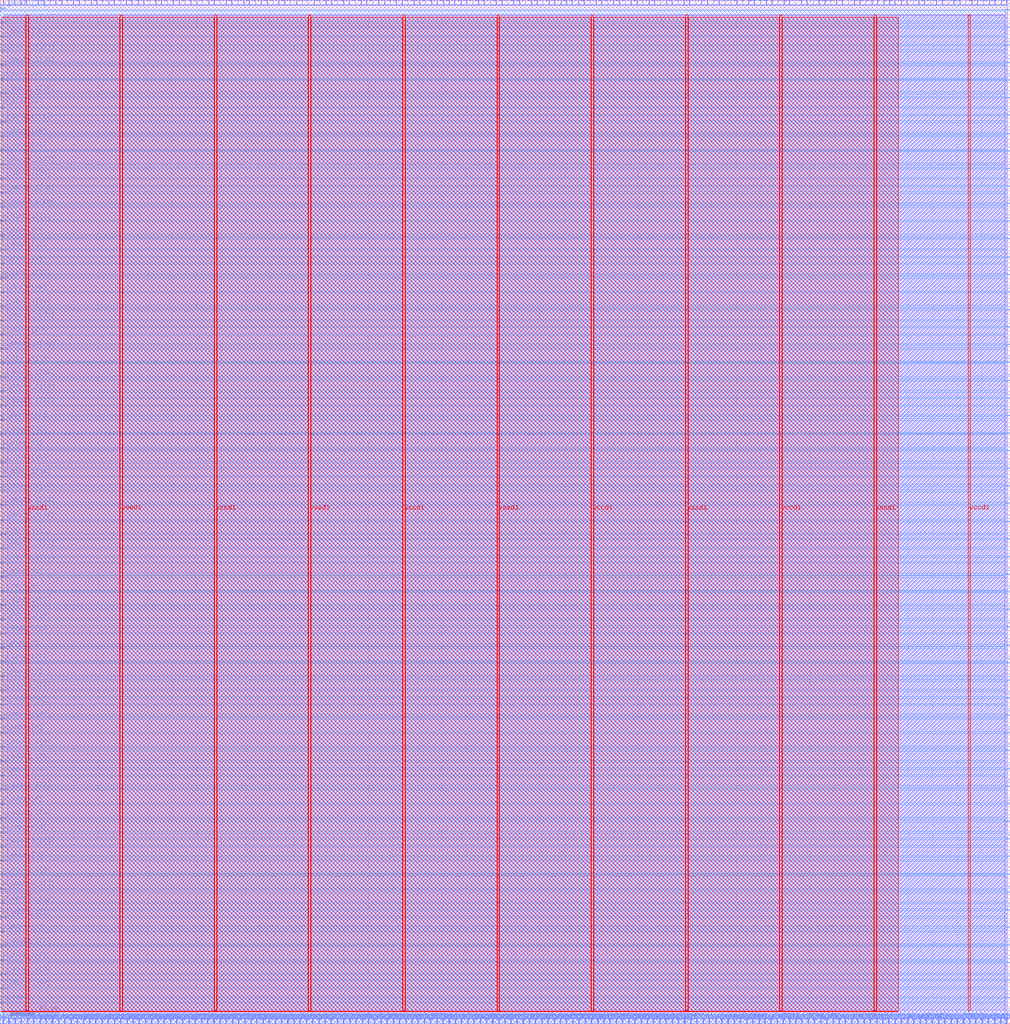
<source format=lef>
VERSION 5.7 ;
  NOWIREEXTENSIONATPIN ON ;
  DIVIDERCHAR "/" ;
  BUSBITCHARS "[]" ;
MACRO user_proj
  CLASS BLOCK ;
  FOREIGN user_proj ;
  ORIGIN 0.000 0.000 ;
  SIZE 823.065 BY 833.785 ;
  PIN i_dout0[0]
    DIRECTION INPUT ;
    USE SIGNAL ;
    PORT
      LAYER met3 ;
        RECT 819.065 21.120 823.065 21.720 ;
    END
  END i_dout0[0]
  PIN i_dout0[10]
    DIRECTION INPUT ;
    USE SIGNAL ;
    PORT
      LAYER met2 ;
        RECT 672.150 829.785 672.430 833.785 ;
    END
  END i_dout0[10]
  PIN i_dout0[11]
    DIRECTION INPUT ;
    USE SIGNAL ;
    PORT
      LAYER met2 ;
        RECT 688.710 0.000 688.990 4.000 ;
    END
  END i_dout0[11]
  PIN i_dout0[12]
    DIRECTION INPUT ;
    USE SIGNAL ;
    PORT
      LAYER met2 ;
        RECT 686.410 829.785 686.690 833.785 ;
    END
  END i_dout0[12]
  PIN i_dout0[13]
    DIRECTION INPUT ;
    USE SIGNAL ;
    PORT
      LAYER met2 ;
        RECT 708.950 0.000 709.230 4.000 ;
    END
  END i_dout0[13]
  PIN i_dout0[14]
    DIRECTION INPUT ;
    USE SIGNAL ;
    PORT
      LAYER met3 ;
        RECT 819.065 466.520 823.065 467.120 ;
    END
  END i_dout0[14]
  PIN i_dout0[15]
    DIRECTION INPUT ;
    USE SIGNAL ;
    PORT
      LAYER met2 ;
        RECT 724.130 0.000 724.410 4.000 ;
    END
  END i_dout0[15]
  PIN i_dout0[16]
    DIRECTION INPUT ;
    USE SIGNAL ;
    PORT
      LAYER met3 ;
        RECT 0.000 480.120 4.000 480.720 ;
    END
  END i_dout0[16]
  PIN i_dout0[17]
    DIRECTION INPUT ;
    USE SIGNAL ;
    PORT
      LAYER met3 ;
        RECT 819.065 509.360 823.065 509.960 ;
    END
  END i_dout0[17]
  PIN i_dout0[18]
    DIRECTION INPUT ;
    USE SIGNAL ;
    PORT
      LAYER met3 ;
        RECT 819.065 552.880 823.065 553.480 ;
    END
  END i_dout0[18]
  PIN i_dout0[19]
    DIRECTION INPUT ;
    USE SIGNAL ;
    PORT
      LAYER met3 ;
        RECT 819.065 595.720 823.065 596.320 ;
    END
  END i_dout0[19]
  PIN i_dout0[1]
    DIRECTION INPUT ;
    USE SIGNAL ;
    PORT
      LAYER met3 ;
        RECT 819.065 49.680 823.065 50.280 ;
    END
  END i_dout0[1]
  PIN i_dout0[20]
    DIRECTION INPUT ;
    USE SIGNAL ;
    PORT
      LAYER met3 ;
        RECT 819.065 624.280 823.065 624.880 ;
    END
  END i_dout0[20]
  PIN i_dout0[21]
    DIRECTION INPUT ;
    USE SIGNAL ;
    PORT
      LAYER met3 ;
        RECT 819.065 653.520 823.065 654.120 ;
    END
  END i_dout0[21]
  PIN i_dout0[22]
    DIRECTION INPUT ;
    USE SIGNAL ;
    PORT
      LAYER met3 ;
        RECT 0.000 595.720 4.000 596.320 ;
    END
  END i_dout0[22]
  PIN i_dout0[23]
    DIRECTION INPUT ;
    USE SIGNAL ;
    PORT
      LAYER met2 ;
        RECT 764.610 0.000 764.890 4.000 ;
    END
  END i_dout0[23]
  PIN i_dout0[24]
    DIRECTION INPUT ;
    USE SIGNAL ;
    PORT
      LAYER met3 ;
        RECT 819.065 710.640 823.065 711.240 ;
    END
  END i_dout0[24]
  PIN i_dout0[25]
    DIRECTION INPUT ;
    USE SIGNAL ;
    PORT
      LAYER met3 ;
        RECT 819.065 724.920 823.065 725.520 ;
    END
  END i_dout0[25]
  PIN i_dout0[26]
    DIRECTION INPUT ;
    USE SIGNAL ;
    PORT
      LAYER met3 ;
        RECT 819.065 754.160 823.065 754.760 ;
    END
  END i_dout0[26]
  PIN i_dout0[27]
    DIRECTION INPUT ;
    USE SIGNAL ;
    PORT
      LAYER met3 ;
        RECT 0.000 711.320 4.000 711.920 ;
    END
  END i_dout0[27]
  PIN i_dout0[28]
    DIRECTION INPUT ;
    USE SIGNAL ;
    PORT
      LAYER met2 ;
        RECT 800.030 0.000 800.310 4.000 ;
    END
  END i_dout0[28]
  PIN i_dout0[29]
    DIRECTION INPUT ;
    USE SIGNAL ;
    PORT
      LAYER met2 ;
        RECT 806.010 829.785 806.290 833.785 ;
    END
  END i_dout0[29]
  PIN i_dout0[2]
    DIRECTION INPUT ;
    USE SIGNAL ;
    PORT
      LAYER met2 ;
        RECT 581.070 829.785 581.350 833.785 ;
    END
  END i_dout0[2]
  PIN i_dout0[30]
    DIRECTION INPUT ;
    USE SIGNAL ;
    PORT
      LAYER met3 ;
        RECT 0.000 803.800 4.000 804.400 ;
    END
  END i_dout0[30]
  PIN i_dout0[31]
    DIRECTION INPUT ;
    USE SIGNAL ;
    PORT
      LAYER met2 ;
        RECT 815.670 829.785 815.950 833.785 ;
    END
  END i_dout0[31]
  PIN i_dout0[3]
    DIRECTION INPUT ;
    USE SIGNAL ;
    PORT
      LAYER met3 ;
        RECT 819.065 121.760 823.065 122.360 ;
    END
  END i_dout0[3]
  PIN i_dout0[4]
    DIRECTION INPUT ;
    USE SIGNAL ;
    PORT
      LAYER met3 ;
        RECT 819.065 178.880 823.065 179.480 ;
    END
  END i_dout0[4]
  PIN i_dout0[5]
    DIRECTION INPUT ;
    USE SIGNAL ;
    PORT
      LAYER met2 ;
        RECT 609.590 829.785 609.870 833.785 ;
    END
  END i_dout0[5]
  PIN i_dout0[6]
    DIRECTION INPUT ;
    USE SIGNAL ;
    PORT
      LAYER met2 ;
        RECT 658.350 0.000 658.630 4.000 ;
    END
  END i_dout0[6]
  PIN i_dout0[7]
    DIRECTION INPUT ;
    USE SIGNAL ;
    PORT
      LAYER met3 ;
        RECT 0.000 282.920 4.000 283.520 ;
    END
  END i_dout0[7]
  PIN i_dout0[8]
    DIRECTION INPUT ;
    USE SIGNAL ;
    PORT
      LAYER met2 ;
        RECT 643.170 829.785 643.450 833.785 ;
    END
  END i_dout0[8]
  PIN i_dout0[9]
    DIRECTION INPUT ;
    USE SIGNAL ;
    PORT
      LAYER met3 ;
        RECT 819.065 394.440 823.065 395.040 ;
    END
  END i_dout0[9]
  PIN i_dout0_1[0]
    DIRECTION INPUT ;
    USE SIGNAL ;
    PORT
      LAYER met2 ;
        RECT 552.550 829.785 552.830 833.785 ;
    END
  END i_dout0_1[0]
  PIN i_dout0_1[10]
    DIRECTION INPUT ;
    USE SIGNAL ;
    PORT
      LAYER met2 ;
        RECT 662.490 829.785 662.770 833.785 ;
    END
  END i_dout0_1[10]
  PIN i_dout0_1[11]
    DIRECTION INPUT ;
    USE SIGNAL ;
    PORT
      LAYER met3 ;
        RECT 0.000 375.400 4.000 376.000 ;
    END
  END i_dout0_1[11]
  PIN i_dout0_1[12]
    DIRECTION INPUT ;
    USE SIGNAL ;
    PORT
      LAYER met3 ;
        RECT 0.000 410.080 4.000 410.680 ;
    END
  END i_dout0_1[12]
  PIN i_dout0_1[13]
    DIRECTION INPUT ;
    USE SIGNAL ;
    PORT
      LAYER met2 ;
        RECT 703.890 0.000 704.170 4.000 ;
    END
  END i_dout0_1[13]
  PIN i_dout0_1[14]
    DIRECTION INPUT ;
    USE SIGNAL ;
    PORT
      LAYER met2 ;
        RECT 714.010 0.000 714.290 4.000 ;
    END
  END i_dout0_1[14]
  PIN i_dout0_1[15]
    DIRECTION INPUT ;
    USE SIGNAL ;
    PORT
      LAYER met2 ;
        RECT 710.330 829.785 710.610 833.785 ;
    END
  END i_dout0_1[15]
  PIN i_dout0_1[16]
    DIRECTION INPUT ;
    USE SIGNAL ;
    PORT
      LAYER met2 ;
        RECT 719.990 829.785 720.270 833.785 ;
    END
  END i_dout0_1[16]
  PIN i_dout0_1[17]
    DIRECTION INPUT ;
    USE SIGNAL ;
    PORT
      LAYER met3 ;
        RECT 819.065 495.080 823.065 495.680 ;
    END
  END i_dout0_1[17]
  PIN i_dout0_1[18]
    DIRECTION INPUT ;
    USE SIGNAL ;
    PORT
      LAYER met3 ;
        RECT 0.000 514.800 4.000 515.400 ;
    END
  END i_dout0_1[18]
  PIN i_dout0_1[19]
    DIRECTION INPUT ;
    USE SIGNAL ;
    PORT
      LAYER met3 ;
        RECT 0.000 526.360 4.000 526.960 ;
    END
  END i_dout0_1[19]
  PIN i_dout0_1[1]
    DIRECTION INPUT ;
    USE SIGNAL ;
    PORT
      LAYER met3 ;
        RECT 0.000 63.280 4.000 63.880 ;
    END
  END i_dout0_1[1]
  PIN i_dout0_1[20]
    DIRECTION INPUT ;
    USE SIGNAL ;
    PORT
      LAYER met3 ;
        RECT 0.000 549.480 4.000 550.080 ;
    END
  END i_dout0_1[20]
  PIN i_dout0_1[21]
    DIRECTION INPUT ;
    USE SIGNAL ;
    PORT
      LAYER met2 ;
        RECT 758.170 829.785 758.450 833.785 ;
    END
  END i_dout0_1[21]
  PIN i_dout0_1[22]
    DIRECTION INPUT ;
    USE SIGNAL ;
    PORT
      LAYER met2 ;
        RECT 754.490 0.000 754.770 4.000 ;
    END
  END i_dout0_1[22]
  PIN i_dout0_1[23]
    DIRECTION INPUT ;
    USE SIGNAL ;
    PORT
      LAYER met2 ;
        RECT 762.770 829.785 763.050 833.785 ;
    END
  END i_dout0_1[23]
  PIN i_dout0_1[24]
    DIRECTION INPUT ;
    USE SIGNAL ;
    PORT
      LAYER met3 ;
        RECT 819.065 696.360 823.065 696.960 ;
    END
  END i_dout0_1[24]
  PIN i_dout0_1[25]
    DIRECTION INPUT ;
    USE SIGNAL ;
    PORT
      LAYER met3 ;
        RECT 0.000 665.080 4.000 665.680 ;
    END
  END i_dout0_1[25]
  PIN i_dout0_1[26]
    DIRECTION INPUT ;
    USE SIGNAL ;
    PORT
      LAYER met3 ;
        RECT 0.000 676.640 4.000 677.240 ;
    END
  END i_dout0_1[26]
  PIN i_dout0_1[27]
    DIRECTION INPUT ;
    USE SIGNAL ;
    PORT
      LAYER met3 ;
        RECT 0.000 699.760 4.000 700.360 ;
    END
  END i_dout0_1[27]
  PIN i_dout0_1[28]
    DIRECTION INPUT ;
    USE SIGNAL ;
    PORT
      LAYER met2 ;
        RECT 789.910 0.000 790.190 4.000 ;
    END
  END i_dout0_1[28]
  PIN i_dout0_1[29]
    DIRECTION INPUT ;
    USE SIGNAL ;
    PORT
      LAYER met2 ;
        RECT 800.950 829.785 801.230 833.785 ;
    END
  END i_dout0_1[29]
  PIN i_dout0_1[2]
    DIRECTION INPUT ;
    USE SIGNAL ;
    PORT
      LAYER met3 ;
        RECT 819.065 78.240 823.065 78.840 ;
    END
  END i_dout0_1[2]
  PIN i_dout0_1[30]
    DIRECTION INPUT ;
    USE SIGNAL ;
    PORT
      LAYER met3 ;
        RECT 0.000 780.680 4.000 781.280 ;
    END
  END i_dout0_1[30]
  PIN i_dout0_1[31]
    DIRECTION INPUT ;
    USE SIGNAL ;
    PORT
      LAYER met3 ;
        RECT 0.000 815.360 4.000 815.960 ;
    END
  END i_dout0_1[31]
  PIN i_dout0_1[3]
    DIRECTION INPUT ;
    USE SIGNAL ;
    PORT
      LAYER met3 ;
        RECT 0.000 121.080 4.000 121.680 ;
    END
  END i_dout0_1[3]
  PIN i_dout0_1[4]
    DIRECTION INPUT ;
    USE SIGNAL ;
    PORT
      LAYER met3 ;
        RECT 0.000 167.320 4.000 167.920 ;
    END
  END i_dout0_1[4]
  PIN i_dout0_1[5]
    DIRECTION INPUT ;
    USE SIGNAL ;
    PORT
      LAYER met2 ;
        RECT 604.990 829.785 605.270 833.785 ;
    END
  END i_dout0_1[5]
  PIN i_dout0_1[6]
    DIRECTION INPUT ;
    USE SIGNAL ;
    PORT
      LAYER met2 ;
        RECT 619.250 829.785 619.530 833.785 ;
    END
  END i_dout0_1[6]
  PIN i_dout0_1[7]
    DIRECTION INPUT ;
    USE SIGNAL ;
    PORT
      LAYER met3 ;
        RECT 0.000 271.360 4.000 271.960 ;
    END
  END i_dout0_1[7]
  PIN i_dout0_1[8]
    DIRECTION INPUT ;
    USE SIGNAL ;
    PORT
      LAYER met2 ;
        RECT 638.570 829.785 638.850 833.785 ;
    END
  END i_dout0_1[8]
  PIN i_dout0_1[9]
    DIRECTION INPUT ;
    USE SIGNAL ;
    PORT
      LAYER met3 ;
        RECT 819.065 380.160 823.065 380.760 ;
    END
  END i_dout0_1[9]
  PIN i_dout1[0]
    DIRECTION INPUT ;
    USE SIGNAL ;
    PORT
      LAYER met2 ;
        RECT 557.150 829.785 557.430 833.785 ;
    END
  END i_dout1[0]
  PIN i_dout1[10]
    DIRECTION INPUT ;
    USE SIGNAL ;
    PORT
      LAYER met2 ;
        RECT 676.750 829.785 677.030 833.785 ;
    END
  END i_dout1[10]
  PIN i_dout1[11]
    DIRECTION INPUT ;
    USE SIGNAL ;
    PORT
      LAYER met2 ;
        RECT 681.350 829.785 681.630 833.785 ;
    END
  END i_dout1[11]
  PIN i_dout1[12]
    DIRECTION INPUT ;
    USE SIGNAL ;
    PORT
      LAYER met2 ;
        RECT 691.010 829.785 691.290 833.785 ;
    END
  END i_dout1[12]
  PIN i_dout1[13]
    DIRECTION INPUT ;
    USE SIGNAL ;
    PORT
      LAYER met3 ;
        RECT 819.065 437.960 823.065 438.560 ;
    END
  END i_dout1[13]
  PIN i_dout1[14]
    DIRECTION INPUT ;
    USE SIGNAL ;
    PORT
      LAYER met2 ;
        RECT 719.070 0.000 719.350 4.000 ;
    END
  END i_dout1[14]
  PIN i_dout1[15]
    DIRECTION INPUT ;
    USE SIGNAL ;
    PORT
      LAYER met3 ;
        RECT 0.000 457.000 4.000 457.600 ;
    END
  END i_dout1[15]
  PIN i_dout1[16]
    DIRECTION INPUT ;
    USE SIGNAL ;
    PORT
      LAYER met3 ;
        RECT 0.000 491.680 4.000 492.280 ;
    END
  END i_dout1[16]
  PIN i_dout1[17]
    DIRECTION INPUT ;
    USE SIGNAL ;
    PORT
      LAYER met2 ;
        RECT 734.250 0.000 734.530 4.000 ;
    END
  END i_dout1[17]
  PIN i_dout1[18]
    DIRECTION INPUT ;
    USE SIGNAL ;
    PORT
      LAYER met3 ;
        RECT 819.065 567.160 823.065 567.760 ;
    END
  END i_dout1[18]
  PIN i_dout1[19]
    DIRECTION INPUT ;
    USE SIGNAL ;
    PORT
      LAYER met2 ;
        RECT 743.910 829.785 744.190 833.785 ;
    END
  END i_dout1[19]
  PIN i_dout1[1]
    DIRECTION INPUT ;
    USE SIGNAL ;
    PORT
      LAYER met3 ;
        RECT 0.000 74.840 4.000 75.440 ;
    END
  END i_dout1[1]
  PIN i_dout1[20]
    DIRECTION INPUT ;
    USE SIGNAL ;
    PORT
      LAYER met3 ;
        RECT 0.000 561.040 4.000 561.640 ;
    END
  END i_dout1[20]
  PIN i_dout1[21]
    DIRECTION INPUT ;
    USE SIGNAL ;
    PORT
      LAYER met2 ;
        RECT 744.370 0.000 744.650 4.000 ;
    END
  END i_dout1[21]
  PIN i_dout1[22]
    DIRECTION INPUT ;
    USE SIGNAL ;
    PORT
      LAYER met2 ;
        RECT 759.550 0.000 759.830 4.000 ;
    END
  END i_dout1[22]
  PIN i_dout1[23]
    DIRECTION INPUT ;
    USE SIGNAL ;
    PORT
      LAYER met3 ;
        RECT 0.000 630.400 4.000 631.000 ;
    END
  END i_dout1[23]
  PIN i_dout1[24]
    DIRECTION INPUT ;
    USE SIGNAL ;
    PORT
      LAYER met2 ;
        RECT 774.730 0.000 775.010 4.000 ;
    END
  END i_dout1[24]
  PIN i_dout1[25]
    DIRECTION INPUT ;
    USE SIGNAL ;
    PORT
      LAYER met2 ;
        RECT 777.030 829.785 777.310 833.785 ;
    END
  END i_dout1[25]
  PIN i_dout1[26]
    DIRECTION INPUT ;
    USE SIGNAL ;
    PORT
      LAYER met2 ;
        RECT 784.850 0.000 785.130 4.000 ;
    END
  END i_dout1[26]
  PIN i_dout1[27]
    DIRECTION INPUT ;
    USE SIGNAL ;
    PORT
      LAYER met3 ;
        RECT 819.065 797.000 823.065 797.600 ;
    END
  END i_dout1[27]
  PIN i_dout1[28]
    DIRECTION INPUT ;
    USE SIGNAL ;
    PORT
      LAYER met3 ;
        RECT 0.000 722.880 4.000 723.480 ;
    END
  END i_dout1[28]
  PIN i_dout1[29]
    DIRECTION INPUT ;
    USE SIGNAL ;
    PORT
      LAYER met3 ;
        RECT 819.065 811.280 823.065 811.880 ;
    END
  END i_dout1[29]
  PIN i_dout1[2]
    DIRECTION INPUT ;
    USE SIGNAL ;
    PORT
      LAYER met2 ;
        RECT 613.270 0.000 613.550 4.000 ;
    END
  END i_dout1[2]
  PIN i_dout1[30]
    DIRECTION INPUT ;
    USE SIGNAL ;
    PORT
      LAYER met2 ;
        RECT 805.090 0.000 805.370 4.000 ;
    END
  END i_dout1[30]
  PIN i_dout1[31]
    DIRECTION INPUT ;
    USE SIGNAL ;
    PORT
      LAYER met3 ;
        RECT 0.000 826.920 4.000 827.520 ;
    END
  END i_dout1[31]
  PIN i_dout1[3]
    DIRECTION INPUT ;
    USE SIGNAL ;
    PORT
      LAYER met3 ;
        RECT 0.000 132.640 4.000 133.240 ;
    END
  END i_dout1[3]
  PIN i_dout1[4]
    DIRECTION INPUT ;
    USE SIGNAL ;
    PORT
      LAYER met2 ;
        RECT 648.230 0.000 648.510 4.000 ;
    END
  END i_dout1[4]
  PIN i_dout1[5]
    DIRECTION INPUT ;
    USE SIGNAL ;
    PORT
      LAYER met3 ;
        RECT 0.000 202.000 4.000 202.600 ;
    END
  END i_dout1[5]
  PIN i_dout1[6]
    DIRECTION INPUT ;
    USE SIGNAL ;
    PORT
      LAYER met3 ;
        RECT 819.065 279.520 823.065 280.120 ;
    END
  END i_dout1[6]
  PIN i_dout1[7]
    DIRECTION INPUT ;
    USE SIGNAL ;
    PORT
      LAYER met3 ;
        RECT 819.065 308.080 823.065 308.680 ;
    END
  END i_dout1[7]
  PIN i_dout1[8]
    DIRECTION INPUT ;
    USE SIGNAL ;
    PORT
      LAYER met2 ;
        RECT 648.230 829.785 648.510 833.785 ;
    END
  END i_dout1[8]
  PIN i_dout1[9]
    DIRECTION INPUT ;
    USE SIGNAL ;
    PORT
      LAYER met3 ;
        RECT 819.065 408.720 823.065 409.320 ;
    END
  END i_dout1[9]
  PIN i_dout1_1[0]
    DIRECTION INPUT ;
    USE SIGNAL ;
    PORT
      LAYER met3 ;
        RECT 0.000 28.600 4.000 29.200 ;
    END
  END i_dout1_1[0]
  PIN i_dout1_1[10]
    DIRECTION INPUT ;
    USE SIGNAL ;
    PORT
      LAYER met2 ;
        RECT 667.090 829.785 667.370 833.785 ;
    END
  END i_dout1_1[10]
  PIN i_dout1_1[11]
    DIRECTION INPUT ;
    USE SIGNAL ;
    PORT
      LAYER met3 ;
        RECT 0.000 386.960 4.000 387.560 ;
    END
  END i_dout1_1[11]
  PIN i_dout1_1[12]
    DIRECTION INPUT ;
    USE SIGNAL ;
    PORT
      LAYER met3 ;
        RECT 0.000 422.320 4.000 422.920 ;
    END
  END i_dout1_1[12]
  PIN i_dout1_1[13]
    DIRECTION INPUT ;
    USE SIGNAL ;
    PORT
      LAYER met3 ;
        RECT 0.000 433.880 4.000 434.480 ;
    END
  END i_dout1_1[13]
  PIN i_dout1_1[14]
    DIRECTION INPUT ;
    USE SIGNAL ;
    PORT
      LAYER met3 ;
        RECT 819.065 452.240 823.065 452.840 ;
    END
  END i_dout1_1[14]
  PIN i_dout1_1[15]
    DIRECTION INPUT ;
    USE SIGNAL ;
    PORT
      LAYER met2 ;
        RECT 714.930 829.785 715.210 833.785 ;
    END
  END i_dout1_1[15]
  PIN i_dout1_1[16]
    DIRECTION INPUT ;
    USE SIGNAL ;
    PORT
      LAYER met3 ;
        RECT 819.065 480.800 823.065 481.400 ;
    END
  END i_dout1_1[16]
  PIN i_dout1_1[17]
    DIRECTION INPUT ;
    USE SIGNAL ;
    PORT
      LAYER met3 ;
        RECT 0.000 503.240 4.000 503.840 ;
    END
  END i_dout1_1[17]
  PIN i_dout1_1[18]
    DIRECTION INPUT ;
    USE SIGNAL ;
    PORT
      LAYER met2 ;
        RECT 734.250 829.785 734.530 833.785 ;
    END
  END i_dout1_1[18]
  PIN i_dout1_1[19]
    DIRECTION INPUT ;
    USE SIGNAL ;
    PORT
      LAYER met3 ;
        RECT 819.065 581.440 823.065 582.040 ;
    END
  END i_dout1_1[19]
  PIN i_dout1_1[1]
    DIRECTION INPUT ;
    USE SIGNAL ;
    PORT
      LAYER met2 ;
        RECT 561.750 829.785 562.030 833.785 ;
    END
  END i_dout1_1[1]
  PIN i_dout1_1[20]
    DIRECTION INPUT ;
    USE SIGNAL ;
    PORT
      LAYER met3 ;
        RECT 819.065 610.000 823.065 610.600 ;
    END
  END i_dout1_1[20]
  PIN i_dout1_1[21]
    DIRECTION INPUT ;
    USE SIGNAL ;
    PORT
      LAYER met3 ;
        RECT 0.000 572.600 4.000 573.200 ;
    END
  END i_dout1_1[21]
  PIN i_dout1_1[22]
    DIRECTION INPUT ;
    USE SIGNAL ;
    PORT
      LAYER met3 ;
        RECT 819.065 667.800 823.065 668.400 ;
    END
  END i_dout1_1[22]
  PIN i_dout1_1[23]
    DIRECTION INPUT ;
    USE SIGNAL ;
    PORT
      LAYER met2 ;
        RECT 767.830 829.785 768.110 833.785 ;
    END
  END i_dout1_1[23]
  PIN i_dout1_1[24]
    DIRECTION INPUT ;
    USE SIGNAL ;
    PORT
      LAYER met2 ;
        RECT 769.670 0.000 769.950 4.000 ;
    END
  END i_dout1_1[24]
  PIN i_dout1_1[25]
    DIRECTION INPUT ;
    USE SIGNAL ;
    PORT
      LAYER met2 ;
        RECT 779.790 0.000 780.070 4.000 ;
    END
  END i_dout1_1[25]
  PIN i_dout1_1[26]
    DIRECTION INPUT ;
    USE SIGNAL ;
    PORT
      LAYER met3 ;
        RECT 819.065 739.880 823.065 740.480 ;
    END
  END i_dout1_1[26]
  PIN i_dout1_1[27]
    DIRECTION INPUT ;
    USE SIGNAL ;
    PORT
      LAYER met3 ;
        RECT 819.065 782.720 823.065 783.320 ;
    END
  END i_dout1_1[27]
  PIN i_dout1_1[28]
    DIRECTION INPUT ;
    USE SIGNAL ;
    PORT
      LAYER met2 ;
        RECT 794.970 0.000 795.250 4.000 ;
    END
  END i_dout1_1[28]
  PIN i_dout1_1[29]
    DIRECTION INPUT ;
    USE SIGNAL ;
    PORT
      LAYER met3 ;
        RECT 0.000 757.560 4.000 758.160 ;
    END
  END i_dout1_1[29]
  PIN i_dout1_1[2]
    DIRECTION INPUT ;
    USE SIGNAL ;
    PORT
      LAYER met2 ;
        RECT 608.210 0.000 608.490 4.000 ;
    END
  END i_dout1_1[2]
  PIN i_dout1_1[30]
    DIRECTION INPUT ;
    USE SIGNAL ;
    PORT
      LAYER met3 ;
        RECT 0.000 792.240 4.000 792.840 ;
    END
  END i_dout1_1[30]
  PIN i_dout1_1[31]
    DIRECTION INPUT ;
    USE SIGNAL ;
    PORT
      LAYER met2 ;
        RECT 815.210 0.000 815.490 4.000 ;
    END
  END i_dout1_1[31]
  PIN i_dout1_1[3]
    DIRECTION INPUT ;
    USE SIGNAL ;
    PORT
      LAYER met2 ;
        RECT 627.990 0.000 628.270 4.000 ;
    END
  END i_dout1_1[3]
  PIN i_dout1_1[4]
    DIRECTION INPUT ;
    USE SIGNAL ;
    PORT
      LAYER met3 ;
        RECT 819.065 164.600 823.065 165.200 ;
    END
  END i_dout1_1[4]
  PIN i_dout1_1[5]
    DIRECTION INPUT ;
    USE SIGNAL ;
    PORT
      LAYER met3 ;
        RECT 0.000 190.440 4.000 191.040 ;
    END
  END i_dout1_1[5]
  PIN i_dout1_1[6]
    DIRECTION INPUT ;
    USE SIGNAL ;
    PORT
      LAYER met3 ;
        RECT 0.000 225.120 4.000 225.720 ;
    END
  END i_dout1_1[6]
  PIN i_dout1_1[7]
    DIRECTION INPUT ;
    USE SIGNAL ;
    PORT
      LAYER met2 ;
        RECT 628.910 829.785 629.190 833.785 ;
    END
  END i_dout1_1[7]
  PIN i_dout1_1[8]
    DIRECTION INPUT ;
    USE SIGNAL ;
    PORT
      LAYER met2 ;
        RECT 673.530 0.000 673.810 4.000 ;
    END
  END i_dout1_1[8]
  PIN i_dout1_1[9]
    DIRECTION INPUT ;
    USE SIGNAL ;
    PORT
      LAYER met3 ;
        RECT 0.000 329.160 4.000 329.760 ;
    END
  END i_dout1_1[9]
  PIN io_in[0]
    DIRECTION INPUT ;
    USE SIGNAL ;
    PORT
      LAYER met2 ;
        RECT 2.390 829.785 2.670 833.785 ;
    END
  END io_in[0]
  PIN io_in[10]
    DIRECTION INPUT ;
    USE SIGNAL ;
    PORT
      LAYER met2 ;
        RECT 145.910 829.785 146.190 833.785 ;
    END
  END io_in[10]
  PIN io_in[11]
    DIRECTION INPUT ;
    USE SIGNAL ;
    PORT
      LAYER met2 ;
        RECT 160.170 829.785 160.450 833.785 ;
    END
  END io_in[11]
  PIN io_in[12]
    DIRECTION INPUT ;
    USE SIGNAL ;
    PORT
      LAYER met2 ;
        RECT 174.430 829.785 174.710 833.785 ;
    END
  END io_in[12]
  PIN io_in[13]
    DIRECTION INPUT ;
    USE SIGNAL ;
    PORT
      LAYER met2 ;
        RECT 188.690 829.785 188.970 833.785 ;
    END
  END io_in[13]
  PIN io_in[14]
    DIRECTION INPUT ;
    USE SIGNAL ;
    PORT
      LAYER met2 ;
        RECT 202.950 829.785 203.230 833.785 ;
    END
  END io_in[14]
  PIN io_in[15]
    DIRECTION INPUT ;
    USE SIGNAL ;
    PORT
      LAYER met2 ;
        RECT 217.670 829.785 217.950 833.785 ;
    END
  END io_in[15]
  PIN io_in[16]
    DIRECTION INPUT ;
    USE SIGNAL ;
    PORT
      LAYER met2 ;
        RECT 231.930 829.785 232.210 833.785 ;
    END
  END io_in[16]
  PIN io_in[17]
    DIRECTION INPUT ;
    USE SIGNAL ;
    PORT
      LAYER met2 ;
        RECT 246.190 829.785 246.470 833.785 ;
    END
  END io_in[17]
  PIN io_in[18]
    DIRECTION INPUT ;
    USE SIGNAL ;
    PORT
      LAYER met2 ;
        RECT 260.450 829.785 260.730 833.785 ;
    END
  END io_in[18]
  PIN io_in[19]
    DIRECTION INPUT ;
    USE SIGNAL ;
    PORT
      LAYER met2 ;
        RECT 274.710 829.785 274.990 833.785 ;
    END
  END io_in[19]
  PIN io_in[1]
    DIRECTION INPUT ;
    USE SIGNAL ;
    PORT
      LAYER met2 ;
        RECT 16.650 829.785 16.930 833.785 ;
    END
  END io_in[1]
  PIN io_in[20]
    DIRECTION INPUT ;
    USE SIGNAL ;
    PORT
      LAYER met2 ;
        RECT 289.430 829.785 289.710 833.785 ;
    END
  END io_in[20]
  PIN io_in[21]
    DIRECTION INPUT ;
    USE SIGNAL ;
    PORT
      LAYER met2 ;
        RECT 303.690 829.785 303.970 833.785 ;
    END
  END io_in[21]
  PIN io_in[22]
    DIRECTION INPUT ;
    USE SIGNAL ;
    PORT
      LAYER met2 ;
        RECT 317.950 829.785 318.230 833.785 ;
    END
  END io_in[22]
  PIN io_in[23]
    DIRECTION INPUT ;
    USE SIGNAL ;
    PORT
      LAYER met2 ;
        RECT 332.210 829.785 332.490 833.785 ;
    END
  END io_in[23]
  PIN io_in[24]
    DIRECTION INPUT ;
    USE SIGNAL ;
    PORT
      LAYER met2 ;
        RECT 346.470 829.785 346.750 833.785 ;
    END
  END io_in[24]
  PIN io_in[25]
    DIRECTION INPUT ;
    USE SIGNAL ;
    PORT
      LAYER met2 ;
        RECT 361.190 829.785 361.470 833.785 ;
    END
  END io_in[25]
  PIN io_in[26]
    DIRECTION INPUT ;
    USE SIGNAL ;
    PORT
      LAYER met2 ;
        RECT 375.450 829.785 375.730 833.785 ;
    END
  END io_in[26]
  PIN io_in[27]
    DIRECTION INPUT ;
    USE SIGNAL ;
    PORT
      LAYER met2 ;
        RECT 389.710 829.785 389.990 833.785 ;
    END
  END io_in[27]
  PIN io_in[28]
    DIRECTION INPUT ;
    USE SIGNAL ;
    PORT
      LAYER met2 ;
        RECT 403.970 829.785 404.250 833.785 ;
    END
  END io_in[28]
  PIN io_in[29]
    DIRECTION INPUT ;
    USE SIGNAL ;
    PORT
      LAYER met2 ;
        RECT 418.230 829.785 418.510 833.785 ;
    END
  END io_in[29]
  PIN io_in[2]
    DIRECTION INPUT ;
    USE SIGNAL ;
    PORT
      LAYER met2 ;
        RECT 30.910 829.785 31.190 833.785 ;
    END
  END io_in[2]
  PIN io_in[30]
    DIRECTION INPUT ;
    USE SIGNAL ;
    PORT
      LAYER met2 ;
        RECT 432.950 829.785 433.230 833.785 ;
    END
  END io_in[30]
  PIN io_in[31]
    DIRECTION INPUT ;
    USE SIGNAL ;
    PORT
      LAYER met2 ;
        RECT 447.210 829.785 447.490 833.785 ;
    END
  END io_in[31]
  PIN io_in[32]
    DIRECTION INPUT ;
    USE SIGNAL ;
    PORT
      LAYER met2 ;
        RECT 461.470 829.785 461.750 833.785 ;
    END
  END io_in[32]
  PIN io_in[33]
    DIRECTION INPUT ;
    USE SIGNAL ;
    PORT
      LAYER met2 ;
        RECT 475.730 829.785 476.010 833.785 ;
    END
  END io_in[33]
  PIN io_in[34]
    DIRECTION INPUT ;
    USE SIGNAL ;
    PORT
      LAYER met2 ;
        RECT 489.990 829.785 490.270 833.785 ;
    END
  END io_in[34]
  PIN io_in[35]
    DIRECTION INPUT ;
    USE SIGNAL ;
    PORT
      LAYER met2 ;
        RECT 504.710 829.785 504.990 833.785 ;
    END
  END io_in[35]
  PIN io_in[36]
    DIRECTION INPUT ;
    USE SIGNAL ;
    PORT
      LAYER met2 ;
        RECT 518.970 829.785 519.250 833.785 ;
    END
  END io_in[36]
  PIN io_in[37]
    DIRECTION INPUT ;
    USE SIGNAL ;
    PORT
      LAYER met2 ;
        RECT 533.230 829.785 533.510 833.785 ;
    END
  END io_in[37]
  PIN io_in[3]
    DIRECTION INPUT ;
    USE SIGNAL ;
    PORT
      LAYER met2 ;
        RECT 45.170 829.785 45.450 833.785 ;
    END
  END io_in[3]
  PIN io_in[4]
    DIRECTION INPUT ;
    USE SIGNAL ;
    PORT
      LAYER met2 ;
        RECT 59.430 829.785 59.710 833.785 ;
    END
  END io_in[4]
  PIN io_in[5]
    DIRECTION INPUT ;
    USE SIGNAL ;
    PORT
      LAYER met2 ;
        RECT 74.150 829.785 74.430 833.785 ;
    END
  END io_in[5]
  PIN io_in[6]
    DIRECTION INPUT ;
    USE SIGNAL ;
    PORT
      LAYER met2 ;
        RECT 88.410 829.785 88.690 833.785 ;
    END
  END io_in[6]
  PIN io_in[7]
    DIRECTION INPUT ;
    USE SIGNAL ;
    PORT
      LAYER met2 ;
        RECT 102.670 829.785 102.950 833.785 ;
    END
  END io_in[7]
  PIN io_in[8]
    DIRECTION INPUT ;
    USE SIGNAL ;
    PORT
      LAYER met2 ;
        RECT 116.930 829.785 117.210 833.785 ;
    END
  END io_in[8]
  PIN io_in[9]
    DIRECTION INPUT ;
    USE SIGNAL ;
    PORT
      LAYER met2 ;
        RECT 131.190 829.785 131.470 833.785 ;
    END
  END io_in[9]
  PIN io_oeb[0]
    DIRECTION OUTPUT TRISTATE ;
    USE SIGNAL ;
    PORT
      LAYER met2 ;
        RECT 6.990 829.785 7.270 833.785 ;
    END
  END io_oeb[0]
  PIN io_oeb[10]
    DIRECTION OUTPUT TRISTATE ;
    USE SIGNAL ;
    PORT
      LAYER met2 ;
        RECT 150.510 829.785 150.790 833.785 ;
    END
  END io_oeb[10]
  PIN io_oeb[11]
    DIRECTION OUTPUT TRISTATE ;
    USE SIGNAL ;
    PORT
      LAYER met2 ;
        RECT 164.770 829.785 165.050 833.785 ;
    END
  END io_oeb[11]
  PIN io_oeb[12]
    DIRECTION OUTPUT TRISTATE ;
    USE SIGNAL ;
    PORT
      LAYER met2 ;
        RECT 179.030 829.785 179.310 833.785 ;
    END
  END io_oeb[12]
  PIN io_oeb[13]
    DIRECTION OUTPUT TRISTATE ;
    USE SIGNAL ;
    PORT
      LAYER met2 ;
        RECT 193.750 829.785 194.030 833.785 ;
    END
  END io_oeb[13]
  PIN io_oeb[14]
    DIRECTION OUTPUT TRISTATE ;
    USE SIGNAL ;
    PORT
      LAYER met2 ;
        RECT 208.010 829.785 208.290 833.785 ;
    END
  END io_oeb[14]
  PIN io_oeb[15]
    DIRECTION OUTPUT TRISTATE ;
    USE SIGNAL ;
    PORT
      LAYER met2 ;
        RECT 222.270 829.785 222.550 833.785 ;
    END
  END io_oeb[15]
  PIN io_oeb[16]
    DIRECTION OUTPUT TRISTATE ;
    USE SIGNAL ;
    PORT
      LAYER met2 ;
        RECT 236.530 829.785 236.810 833.785 ;
    END
  END io_oeb[16]
  PIN io_oeb[17]
    DIRECTION OUTPUT TRISTATE ;
    USE SIGNAL ;
    PORT
      LAYER met2 ;
        RECT 250.790 829.785 251.070 833.785 ;
    END
  END io_oeb[17]
  PIN io_oeb[18]
    DIRECTION OUTPUT TRISTATE ;
    USE SIGNAL ;
    PORT
      LAYER met2 ;
        RECT 265.510 829.785 265.790 833.785 ;
    END
  END io_oeb[18]
  PIN io_oeb[19]
    DIRECTION OUTPUT TRISTATE ;
    USE SIGNAL ;
    PORT
      LAYER met2 ;
        RECT 279.770 829.785 280.050 833.785 ;
    END
  END io_oeb[19]
  PIN io_oeb[1]
    DIRECTION OUTPUT TRISTATE ;
    USE SIGNAL ;
    PORT
      LAYER met2 ;
        RECT 21.250 829.785 21.530 833.785 ;
    END
  END io_oeb[1]
  PIN io_oeb[20]
    DIRECTION OUTPUT TRISTATE ;
    USE SIGNAL ;
    PORT
      LAYER met2 ;
        RECT 294.030 829.785 294.310 833.785 ;
    END
  END io_oeb[20]
  PIN io_oeb[21]
    DIRECTION OUTPUT TRISTATE ;
    USE SIGNAL ;
    PORT
      LAYER met2 ;
        RECT 308.290 829.785 308.570 833.785 ;
    END
  END io_oeb[21]
  PIN io_oeb[22]
    DIRECTION OUTPUT TRISTATE ;
    USE SIGNAL ;
    PORT
      LAYER met2 ;
        RECT 322.550 829.785 322.830 833.785 ;
    END
  END io_oeb[22]
  PIN io_oeb[23]
    DIRECTION OUTPUT TRISTATE ;
    USE SIGNAL ;
    PORT
      LAYER met2 ;
        RECT 337.270 829.785 337.550 833.785 ;
    END
  END io_oeb[23]
  PIN io_oeb[24]
    DIRECTION OUTPUT TRISTATE ;
    USE SIGNAL ;
    PORT
      LAYER met2 ;
        RECT 351.530 829.785 351.810 833.785 ;
    END
  END io_oeb[24]
  PIN io_oeb[25]
    DIRECTION OUTPUT TRISTATE ;
    USE SIGNAL ;
    PORT
      LAYER met2 ;
        RECT 365.790 829.785 366.070 833.785 ;
    END
  END io_oeb[25]
  PIN io_oeb[26]
    DIRECTION OUTPUT TRISTATE ;
    USE SIGNAL ;
    PORT
      LAYER met2 ;
        RECT 380.050 829.785 380.330 833.785 ;
    END
  END io_oeb[26]
  PIN io_oeb[27]
    DIRECTION OUTPUT TRISTATE ;
    USE SIGNAL ;
    PORT
      LAYER met2 ;
        RECT 394.310 829.785 394.590 833.785 ;
    END
  END io_oeb[27]
  PIN io_oeb[28]
    DIRECTION OUTPUT TRISTATE ;
    USE SIGNAL ;
    PORT
      LAYER met2 ;
        RECT 409.030 829.785 409.310 833.785 ;
    END
  END io_oeb[28]
  PIN io_oeb[29]
    DIRECTION OUTPUT TRISTATE ;
    USE SIGNAL ;
    PORT
      LAYER met2 ;
        RECT 423.290 829.785 423.570 833.785 ;
    END
  END io_oeb[29]
  PIN io_oeb[2]
    DIRECTION OUTPUT TRISTATE ;
    USE SIGNAL ;
    PORT
      LAYER met2 ;
        RECT 35.510 829.785 35.790 833.785 ;
    END
  END io_oeb[2]
  PIN io_oeb[30]
    DIRECTION OUTPUT TRISTATE ;
    USE SIGNAL ;
    PORT
      LAYER met2 ;
        RECT 437.550 829.785 437.830 833.785 ;
    END
  END io_oeb[30]
  PIN io_oeb[31]
    DIRECTION OUTPUT TRISTATE ;
    USE SIGNAL ;
    PORT
      LAYER met2 ;
        RECT 451.810 829.785 452.090 833.785 ;
    END
  END io_oeb[31]
  PIN io_oeb[32]
    DIRECTION OUTPUT TRISTATE ;
    USE SIGNAL ;
    PORT
      LAYER met2 ;
        RECT 466.070 829.785 466.350 833.785 ;
    END
  END io_oeb[32]
  PIN io_oeb[33]
    DIRECTION OUTPUT TRISTATE ;
    USE SIGNAL ;
    PORT
      LAYER met2 ;
        RECT 480.790 829.785 481.070 833.785 ;
    END
  END io_oeb[33]
  PIN io_oeb[34]
    DIRECTION OUTPUT TRISTATE ;
    USE SIGNAL ;
    PORT
      LAYER met2 ;
        RECT 495.050 829.785 495.330 833.785 ;
    END
  END io_oeb[34]
  PIN io_oeb[35]
    DIRECTION OUTPUT TRISTATE ;
    USE SIGNAL ;
    PORT
      LAYER met2 ;
        RECT 509.310 829.785 509.590 833.785 ;
    END
  END io_oeb[35]
  PIN io_oeb[36]
    DIRECTION OUTPUT TRISTATE ;
    USE SIGNAL ;
    PORT
      LAYER met2 ;
        RECT 523.570 829.785 523.850 833.785 ;
    END
  END io_oeb[36]
  PIN io_oeb[37]
    DIRECTION OUTPUT TRISTATE ;
    USE SIGNAL ;
    PORT
      LAYER met2 ;
        RECT 537.830 829.785 538.110 833.785 ;
    END
  END io_oeb[37]
  PIN io_oeb[3]
    DIRECTION OUTPUT TRISTATE ;
    USE SIGNAL ;
    PORT
      LAYER met2 ;
        RECT 50.230 829.785 50.510 833.785 ;
    END
  END io_oeb[3]
  PIN io_oeb[4]
    DIRECTION OUTPUT TRISTATE ;
    USE SIGNAL ;
    PORT
      LAYER met2 ;
        RECT 64.490 829.785 64.770 833.785 ;
    END
  END io_oeb[4]
  PIN io_oeb[5]
    DIRECTION OUTPUT TRISTATE ;
    USE SIGNAL ;
    PORT
      LAYER met2 ;
        RECT 78.750 829.785 79.030 833.785 ;
    END
  END io_oeb[5]
  PIN io_oeb[6]
    DIRECTION OUTPUT TRISTATE ;
    USE SIGNAL ;
    PORT
      LAYER met2 ;
        RECT 93.010 829.785 93.290 833.785 ;
    END
  END io_oeb[6]
  PIN io_oeb[7]
    DIRECTION OUTPUT TRISTATE ;
    USE SIGNAL ;
    PORT
      LAYER met2 ;
        RECT 107.270 829.785 107.550 833.785 ;
    END
  END io_oeb[7]
  PIN io_oeb[8]
    DIRECTION OUTPUT TRISTATE ;
    USE SIGNAL ;
    PORT
      LAYER met2 ;
        RECT 121.990 829.785 122.270 833.785 ;
    END
  END io_oeb[8]
  PIN io_oeb[9]
    DIRECTION OUTPUT TRISTATE ;
    USE SIGNAL ;
    PORT
      LAYER met2 ;
        RECT 136.250 829.785 136.530 833.785 ;
    END
  END io_oeb[9]
  PIN io_out[0]
    DIRECTION OUTPUT TRISTATE ;
    USE SIGNAL ;
    PORT
      LAYER met2 ;
        RECT 11.590 829.785 11.870 833.785 ;
    END
  END io_out[0]
  PIN io_out[10]
    DIRECTION OUTPUT TRISTATE ;
    USE SIGNAL ;
    PORT
      LAYER met2 ;
        RECT 155.110 829.785 155.390 833.785 ;
    END
  END io_out[10]
  PIN io_out[11]
    DIRECTION OUTPUT TRISTATE ;
    USE SIGNAL ;
    PORT
      LAYER met2 ;
        RECT 169.830 829.785 170.110 833.785 ;
    END
  END io_out[11]
  PIN io_out[12]
    DIRECTION OUTPUT TRISTATE ;
    USE SIGNAL ;
    PORT
      LAYER met2 ;
        RECT 184.090 829.785 184.370 833.785 ;
    END
  END io_out[12]
  PIN io_out[13]
    DIRECTION OUTPUT TRISTATE ;
    USE SIGNAL ;
    PORT
      LAYER met2 ;
        RECT 198.350 829.785 198.630 833.785 ;
    END
  END io_out[13]
  PIN io_out[14]
    DIRECTION OUTPUT TRISTATE ;
    USE SIGNAL ;
    PORT
      LAYER met2 ;
        RECT 212.610 829.785 212.890 833.785 ;
    END
  END io_out[14]
  PIN io_out[15]
    DIRECTION OUTPUT TRISTATE ;
    USE SIGNAL ;
    PORT
      LAYER met2 ;
        RECT 226.870 829.785 227.150 833.785 ;
    END
  END io_out[15]
  PIN io_out[16]
    DIRECTION OUTPUT TRISTATE ;
    USE SIGNAL ;
    PORT
      LAYER met2 ;
        RECT 241.590 829.785 241.870 833.785 ;
    END
  END io_out[16]
  PIN io_out[17]
    DIRECTION OUTPUT TRISTATE ;
    USE SIGNAL ;
    PORT
      LAYER met2 ;
        RECT 255.850 829.785 256.130 833.785 ;
    END
  END io_out[17]
  PIN io_out[18]
    DIRECTION OUTPUT TRISTATE ;
    USE SIGNAL ;
    PORT
      LAYER met2 ;
        RECT 270.110 829.785 270.390 833.785 ;
    END
  END io_out[18]
  PIN io_out[19]
    DIRECTION OUTPUT TRISTATE ;
    USE SIGNAL ;
    PORT
      LAYER met2 ;
        RECT 284.370 829.785 284.650 833.785 ;
    END
  END io_out[19]
  PIN io_out[1]
    DIRECTION OUTPUT TRISTATE ;
    USE SIGNAL ;
    PORT
      LAYER met2 ;
        RECT 26.310 829.785 26.590 833.785 ;
    END
  END io_out[1]
  PIN io_out[20]
    DIRECTION OUTPUT TRISTATE ;
    USE SIGNAL ;
    PORT
      LAYER met2 ;
        RECT 298.630 829.785 298.910 833.785 ;
    END
  END io_out[20]
  PIN io_out[21]
    DIRECTION OUTPUT TRISTATE ;
    USE SIGNAL ;
    PORT
      LAYER met2 ;
        RECT 313.350 829.785 313.630 833.785 ;
    END
  END io_out[21]
  PIN io_out[22]
    DIRECTION OUTPUT TRISTATE ;
    USE SIGNAL ;
    PORT
      LAYER met2 ;
        RECT 327.610 829.785 327.890 833.785 ;
    END
  END io_out[22]
  PIN io_out[23]
    DIRECTION OUTPUT TRISTATE ;
    USE SIGNAL ;
    PORT
      LAYER met2 ;
        RECT 341.870 829.785 342.150 833.785 ;
    END
  END io_out[23]
  PIN io_out[24]
    DIRECTION OUTPUT TRISTATE ;
    USE SIGNAL ;
    PORT
      LAYER met2 ;
        RECT 356.130 829.785 356.410 833.785 ;
    END
  END io_out[24]
  PIN io_out[25]
    DIRECTION OUTPUT TRISTATE ;
    USE SIGNAL ;
    PORT
      LAYER met2 ;
        RECT 370.390 829.785 370.670 833.785 ;
    END
  END io_out[25]
  PIN io_out[26]
    DIRECTION OUTPUT TRISTATE ;
    USE SIGNAL ;
    PORT
      LAYER met2 ;
        RECT 385.110 829.785 385.390 833.785 ;
    END
  END io_out[26]
  PIN io_out[27]
    DIRECTION OUTPUT TRISTATE ;
    USE SIGNAL ;
    PORT
      LAYER met2 ;
        RECT 399.370 829.785 399.650 833.785 ;
    END
  END io_out[27]
  PIN io_out[28]
    DIRECTION OUTPUT TRISTATE ;
    USE SIGNAL ;
    PORT
      LAYER met2 ;
        RECT 413.630 829.785 413.910 833.785 ;
    END
  END io_out[28]
  PIN io_out[29]
    DIRECTION OUTPUT TRISTATE ;
    USE SIGNAL ;
    PORT
      LAYER met2 ;
        RECT 427.890 829.785 428.170 833.785 ;
    END
  END io_out[29]
  PIN io_out[2]
    DIRECTION OUTPUT TRISTATE ;
    USE SIGNAL ;
    PORT
      LAYER met2 ;
        RECT 40.570 829.785 40.850 833.785 ;
    END
  END io_out[2]
  PIN io_out[30]
    DIRECTION OUTPUT TRISTATE ;
    USE SIGNAL ;
    PORT
      LAYER met2 ;
        RECT 442.150 829.785 442.430 833.785 ;
    END
  END io_out[30]
  PIN io_out[31]
    DIRECTION OUTPUT TRISTATE ;
    USE SIGNAL ;
    PORT
      LAYER met2 ;
        RECT 456.870 829.785 457.150 833.785 ;
    END
  END io_out[31]
  PIN io_out[32]
    DIRECTION OUTPUT TRISTATE ;
    USE SIGNAL ;
    PORT
      LAYER met2 ;
        RECT 471.130 829.785 471.410 833.785 ;
    END
  END io_out[32]
  PIN io_out[33]
    DIRECTION OUTPUT TRISTATE ;
    USE SIGNAL ;
    PORT
      LAYER met2 ;
        RECT 485.390 829.785 485.670 833.785 ;
    END
  END io_out[33]
  PIN io_out[34]
    DIRECTION OUTPUT TRISTATE ;
    USE SIGNAL ;
    PORT
      LAYER met2 ;
        RECT 499.650 829.785 499.930 833.785 ;
    END
  END io_out[34]
  PIN io_out[35]
    DIRECTION OUTPUT TRISTATE ;
    USE SIGNAL ;
    PORT
      LAYER met2 ;
        RECT 513.910 829.785 514.190 833.785 ;
    END
  END io_out[35]
  PIN io_out[36]
    DIRECTION OUTPUT TRISTATE ;
    USE SIGNAL ;
    PORT
      LAYER met2 ;
        RECT 528.630 829.785 528.910 833.785 ;
    END
  END io_out[36]
  PIN io_out[37]
    DIRECTION OUTPUT TRISTATE ;
    USE SIGNAL ;
    PORT
      LAYER met2 ;
        RECT 542.890 829.785 543.170 833.785 ;
    END
  END io_out[37]
  PIN io_out[3]
    DIRECTION OUTPUT TRISTATE ;
    USE SIGNAL ;
    PORT
      LAYER met2 ;
        RECT 54.830 829.785 55.110 833.785 ;
    END
  END io_out[3]
  PIN io_out[4]
    DIRECTION OUTPUT TRISTATE ;
    USE SIGNAL ;
    PORT
      LAYER met2 ;
        RECT 69.090 829.785 69.370 833.785 ;
    END
  END io_out[4]
  PIN io_out[5]
    DIRECTION OUTPUT TRISTATE ;
    USE SIGNAL ;
    PORT
      LAYER met2 ;
        RECT 83.350 829.785 83.630 833.785 ;
    END
  END io_out[5]
  PIN io_out[6]
    DIRECTION OUTPUT TRISTATE ;
    USE SIGNAL ;
    PORT
      LAYER met2 ;
        RECT 98.070 829.785 98.350 833.785 ;
    END
  END io_out[6]
  PIN io_out[7]
    DIRECTION OUTPUT TRISTATE ;
    USE SIGNAL ;
    PORT
      LAYER met2 ;
        RECT 112.330 829.785 112.610 833.785 ;
    END
  END io_out[7]
  PIN io_out[8]
    DIRECTION OUTPUT TRISTATE ;
    USE SIGNAL ;
    PORT
      LAYER met2 ;
        RECT 126.590 829.785 126.870 833.785 ;
    END
  END io_out[8]
  PIN io_out[9]
    DIRECTION OUTPUT TRISTATE ;
    USE SIGNAL ;
    PORT
      LAYER met2 ;
        RECT 140.850 829.785 141.130 833.785 ;
    END
  END io_out[9]
  PIN irq[0]
    DIRECTION OUTPUT TRISTATE ;
    USE SIGNAL ;
    PORT
      LAYER met2 ;
        RECT 537.370 0.000 537.650 4.000 ;
    END
  END irq[0]
  PIN irq[1]
    DIRECTION OUTPUT TRISTATE ;
    USE SIGNAL ;
    PORT
      LAYER met2 ;
        RECT 542.430 0.000 542.710 4.000 ;
    END
  END irq[1]
  PIN irq[2]
    DIRECTION OUTPUT TRISTATE ;
    USE SIGNAL ;
    PORT
      LAYER met2 ;
        RECT 547.490 0.000 547.770 4.000 ;
    END
  END irq[2]
  PIN o_addr1[0]
    DIRECTION OUTPUT TRISTATE ;
    USE SIGNAL ;
    PORT
      LAYER met2 ;
        RECT 562.670 0.000 562.950 4.000 ;
    END
  END o_addr1[0]
  PIN o_addr1[1]
    DIRECTION OUTPUT TRISTATE ;
    USE SIGNAL ;
    PORT
      LAYER met3 ;
        RECT 819.065 63.960 823.065 64.560 ;
    END
  END o_addr1[1]
  PIN o_addr1[2]
    DIRECTION OUTPUT TRISTATE ;
    USE SIGNAL ;
    PORT
      LAYER met2 ;
        RECT 618.330 0.000 618.610 4.000 ;
    END
  END o_addr1[2]
  PIN o_addr1[3]
    DIRECTION OUTPUT TRISTATE ;
    USE SIGNAL ;
    PORT
      LAYER met2 ;
        RECT 638.110 0.000 638.390 4.000 ;
    END
  END o_addr1[3]
  PIN o_addr1[4]
    DIRECTION OUTPUT TRISTATE ;
    USE SIGNAL ;
    PORT
      LAYER met3 ;
        RECT 0.000 178.880 4.000 179.480 ;
    END
  END o_addr1[4]
  PIN o_addr1[5]
    DIRECTION OUTPUT TRISTATE ;
    USE SIGNAL ;
    PORT
      LAYER met2 ;
        RECT 614.650 829.785 614.930 833.785 ;
    END
  END o_addr1[5]
  PIN o_addr1[6]
    DIRECTION OUTPUT TRISTATE ;
    USE SIGNAL ;
    PORT
      LAYER met3 ;
        RECT 0.000 236.680 4.000 237.280 ;
    END
  END o_addr1[6]
  PIN o_addr1[7]
    DIRECTION OUTPUT TRISTATE ;
    USE SIGNAL ;
    PORT
      LAYER met3 ;
        RECT 819.065 323.040 823.065 323.640 ;
    END
  END o_addr1[7]
  PIN o_addr1[8]
    DIRECTION OUTPUT TRISTATE ;
    USE SIGNAL ;
    PORT
      LAYER met2 ;
        RECT 652.830 829.785 653.110 833.785 ;
    END
  END o_addr1[8]
  PIN o_addr1_1[0]
    DIRECTION OUTPUT TRISTATE ;
    USE SIGNAL ;
    PORT
      LAYER met3 ;
        RECT 0.000 40.160 4.000 40.760 ;
    END
  END o_addr1_1[0]
  PIN o_addr1_1[1]
    DIRECTION OUTPUT TRISTATE ;
    USE SIGNAL ;
    PORT
      LAYER met2 ;
        RECT 566.810 829.785 567.090 833.785 ;
    END
  END o_addr1_1[1]
  PIN o_addr1_1[2]
    DIRECTION OUTPUT TRISTATE ;
    USE SIGNAL ;
    PORT
      LAYER met3 ;
        RECT 0.000 86.400 4.000 87.000 ;
    END
  END o_addr1_1[2]
  PIN o_addr1_1[3]
    DIRECTION OUTPUT TRISTATE ;
    USE SIGNAL ;
    PORT
      LAYER met2 ;
        RECT 633.050 0.000 633.330 4.000 ;
    END
  END o_addr1_1[3]
  PIN o_addr1_1[4]
    DIRECTION OUTPUT TRISTATE ;
    USE SIGNAL ;
    PORT
      LAYER met3 ;
        RECT 819.065 193.160 823.065 193.760 ;
    END
  END o_addr1_1[4]
  PIN o_addr1_1[5]
    DIRECTION OUTPUT TRISTATE ;
    USE SIGNAL ;
    PORT
      LAYER met3 ;
        RECT 0.000 213.560 4.000 214.160 ;
    END
  END o_addr1_1[5]
  PIN o_addr1_1[6]
    DIRECTION OUTPUT TRISTATE ;
    USE SIGNAL ;
    PORT
      LAYER met3 ;
        RECT 819.065 293.800 823.065 294.400 ;
    END
  END o_addr1_1[6]
  PIN o_addr1_1[7]
    DIRECTION OUTPUT TRISTATE ;
    USE SIGNAL ;
    PORT
      LAYER met2 ;
        RECT 633.510 829.785 633.790 833.785 ;
    END
  END o_addr1_1[7]
  PIN o_addr1_1[8]
    DIRECTION OUTPUT TRISTATE ;
    USE SIGNAL ;
    PORT
      LAYER met2 ;
        RECT 678.590 0.000 678.870 4.000 ;
    END
  END o_addr1_1[8]
  PIN o_csb0
    DIRECTION OUTPUT TRISTATE ;
    USE SIGNAL ;
    PORT
      LAYER met3 ;
        RECT 819.065 6.840 823.065 7.440 ;
    END
  END o_csb0
  PIN o_csb0_1
    DIRECTION OUTPUT TRISTATE ;
    USE SIGNAL ;
    PORT
      LAYER met2 ;
        RECT 552.550 0.000 552.830 4.000 ;
    END
  END o_csb0_1
  PIN o_csb1
    DIRECTION OUTPUT TRISTATE ;
    USE SIGNAL ;
    PORT
      LAYER met2 ;
        RECT 547.490 829.785 547.770 833.785 ;
    END
  END o_csb1
  PIN o_csb1_1
    DIRECTION OUTPUT TRISTATE ;
    USE SIGNAL ;
    PORT
      LAYER met3 ;
        RECT 0.000 5.480 4.000 6.080 ;
    END
  END o_csb1_1
  PIN o_din0[0]
    DIRECTION OUTPUT TRISTATE ;
    USE SIGNAL ;
    PORT
      LAYER met2 ;
        RECT 567.730 0.000 568.010 4.000 ;
    END
  END o_din0[0]
  PIN o_din0[10]
    DIRECTION OUTPUT TRISTATE ;
    USE SIGNAL ;
    PORT
      LAYER met3 ;
        RECT 0.000 363.840 4.000 364.440 ;
    END
  END o_din0[10]
  PIN o_din0[11]
    DIRECTION OUTPUT TRISTATE ;
    USE SIGNAL ;
    PORT
      LAYER met3 ;
        RECT 0.000 398.520 4.000 399.120 ;
    END
  END o_din0[11]
  PIN o_din0[12]
    DIRECTION OUTPUT TRISTATE ;
    USE SIGNAL ;
    PORT
      LAYER met3 ;
        RECT 819.065 423.680 823.065 424.280 ;
    END
  END o_din0[12]
  PIN o_din0[13]
    DIRECTION OUTPUT TRISTATE ;
    USE SIGNAL ;
    PORT
      LAYER met2 ;
        RECT 700.670 829.785 700.950 833.785 ;
    END
  END o_din0[13]
  PIN o_din0[14]
    DIRECTION OUTPUT TRISTATE ;
    USE SIGNAL ;
    PORT
      LAYER met2 ;
        RECT 705.270 829.785 705.550 833.785 ;
    END
  END o_din0[14]
  PIN o_din0[15]
    DIRECTION OUTPUT TRISTATE ;
    USE SIGNAL ;
    PORT
      LAYER met3 ;
        RECT 0.000 468.560 4.000 469.160 ;
    END
  END o_din0[15]
  PIN o_din0[16]
    DIRECTION OUTPUT TRISTATE ;
    USE SIGNAL ;
    PORT
      LAYER met2 ;
        RECT 729.190 829.785 729.470 833.785 ;
    END
  END o_din0[16]
  PIN o_din0[17]
    DIRECTION OUTPUT TRISTATE ;
    USE SIGNAL ;
    PORT
      LAYER met3 ;
        RECT 819.065 538.600 823.065 539.200 ;
    END
  END o_din0[17]
  PIN o_din0[18]
    DIRECTION OUTPUT TRISTATE ;
    USE SIGNAL ;
    PORT
      LAYER met2 ;
        RECT 739.310 0.000 739.590 4.000 ;
    END
  END o_din0[18]
  PIN o_din0[19]
    DIRECTION OUTPUT TRISTATE ;
    USE SIGNAL ;
    PORT
      LAYER met2 ;
        RECT 748.510 829.785 748.790 833.785 ;
    END
  END o_din0[19]
  PIN o_din0[1]
    DIRECTION OUTPUT TRISTATE ;
    USE SIGNAL ;
    PORT
      LAYER met2 ;
        RECT 593.030 0.000 593.310 4.000 ;
    END
  END o_din0[1]
  PIN o_din0[20]
    DIRECTION OUTPUT TRISTATE ;
    USE SIGNAL ;
    PORT
      LAYER met3 ;
        RECT 819.065 639.240 823.065 639.840 ;
    END
  END o_din0[20]
  PIN o_din0[21]
    DIRECTION OUTPUT TRISTATE ;
    USE SIGNAL ;
    PORT
      LAYER met2 ;
        RECT 749.430 0.000 749.710 4.000 ;
    END
  END o_din0[21]
  PIN o_din0[22]
    DIRECTION OUTPUT TRISTATE ;
    USE SIGNAL ;
    PORT
      LAYER met3 ;
        RECT 0.000 618.840 4.000 619.440 ;
    END
  END o_din0[22]
  PIN o_din0[23]
    DIRECTION OUTPUT TRISTATE ;
    USE SIGNAL ;
    PORT
      LAYER met3 ;
        RECT 0.000 641.960 4.000 642.560 ;
    END
  END o_din0[23]
  PIN o_din0[24]
    DIRECTION OUTPUT TRISTATE ;
    USE SIGNAL ;
    PORT
      LAYER met2 ;
        RECT 772.430 829.785 772.710 833.785 ;
    END
  END o_din0[24]
  PIN o_din0[25]
    DIRECTION OUTPUT TRISTATE ;
    USE SIGNAL ;
    PORT
      LAYER met2 ;
        RECT 786.690 829.785 786.970 833.785 ;
    END
  END o_din0[25]
  PIN o_din0[26]
    DIRECTION OUTPUT TRISTATE ;
    USE SIGNAL ;
    PORT
      LAYER met3 ;
        RECT 819.065 768.440 823.065 769.040 ;
    END
  END o_din0[26]
  PIN o_din0[27]
    DIRECTION OUTPUT TRISTATE ;
    USE SIGNAL ;
    PORT
      LAYER met2 ;
        RECT 796.350 829.785 796.630 833.785 ;
    END
  END o_din0[27]
  PIN o_din0[28]
    DIRECTION OUTPUT TRISTATE ;
    USE SIGNAL ;
    PORT
      LAYER met3 ;
        RECT 0.000 746.000 4.000 746.600 ;
    END
  END o_din0[28]
  PIN o_din0[29]
    DIRECTION OUTPUT TRISTATE ;
    USE SIGNAL ;
    PORT
      LAYER met3 ;
        RECT 0.000 769.120 4.000 769.720 ;
    END
  END o_din0[29]
  PIN o_din0[2]
    DIRECTION OUTPUT TRISTATE ;
    USE SIGNAL ;
    PORT
      LAYER met3 ;
        RECT 819.065 106.800 823.065 107.400 ;
    END
  END o_din0[2]
  PIN o_din0[30]
    DIRECTION OUTPUT TRISTATE ;
    USE SIGNAL ;
    PORT
      LAYER met2 ;
        RECT 810.150 0.000 810.430 4.000 ;
    END
  END o_din0[30]
  PIN o_din0[31]
    DIRECTION OUTPUT TRISTATE ;
    USE SIGNAL ;
    PORT
      LAYER met2 ;
        RECT 820.270 829.785 820.550 833.785 ;
    END
  END o_din0[31]
  PIN o_din0[3]
    DIRECTION OUTPUT TRISTATE ;
    USE SIGNAL ;
    PORT
      LAYER met3 ;
        RECT 819.065 136.040 823.065 136.640 ;
    END
  END o_din0[3]
  PIN o_din0[4]
    DIRECTION OUTPUT TRISTATE ;
    USE SIGNAL ;
    PORT
      LAYER met2 ;
        RECT 600.390 829.785 600.670 833.785 ;
    END
  END o_din0[4]
  PIN o_din0[5]
    DIRECTION OUTPUT TRISTATE ;
    USE SIGNAL ;
    PORT
      LAYER met2 ;
        RECT 653.290 0.000 653.570 4.000 ;
    END
  END o_din0[5]
  PIN o_din0[6]
    DIRECTION OUTPUT TRISTATE ;
    USE SIGNAL ;
    PORT
      LAYER met2 ;
        RECT 624.310 829.785 624.590 833.785 ;
    END
  END o_din0[6]
  PIN o_din0[7]
    DIRECTION OUTPUT TRISTATE ;
    USE SIGNAL ;
    PORT
      LAYER met3 ;
        RECT 0.000 306.040 4.000 306.640 ;
    END
  END o_din0[7]
  PIN o_din0[8]
    DIRECTION OUTPUT TRISTATE ;
    USE SIGNAL ;
    PORT
      LAYER met2 ;
        RECT 657.430 829.785 657.710 833.785 ;
    END
  END o_din0[8]
  PIN o_din0[9]
    DIRECTION OUTPUT TRISTATE ;
    USE SIGNAL ;
    PORT
      LAYER met3 ;
        RECT 0.000 352.280 4.000 352.880 ;
    END
  END o_din0[9]
  PIN o_din0_1[0]
    DIRECTION OUTPUT TRISTATE ;
    USE SIGNAL ;
    PORT
      LAYER met3 ;
        RECT 0.000 51.720 4.000 52.320 ;
    END
  END o_din0_1[0]
  PIN o_din0_1[10]
    DIRECTION OUTPUT TRISTATE ;
    USE SIGNAL ;
    PORT
      LAYER met2 ;
        RECT 683.650 0.000 683.930 4.000 ;
    END
  END o_din0_1[10]
  PIN o_din0_1[11]
    DIRECTION OUTPUT TRISTATE ;
    USE SIGNAL ;
    PORT
      LAYER met2 ;
        RECT 693.770 0.000 694.050 4.000 ;
    END
  END o_din0_1[11]
  PIN o_din0_1[12]
    DIRECTION OUTPUT TRISTATE ;
    USE SIGNAL ;
    PORT
      LAYER met2 ;
        RECT 698.830 0.000 699.110 4.000 ;
    END
  END o_din0_1[12]
  PIN o_din0_1[13]
    DIRECTION OUTPUT TRISTATE ;
    USE SIGNAL ;
    PORT
      LAYER met2 ;
        RECT 696.070 829.785 696.350 833.785 ;
    END
  END o_din0_1[13]
  PIN o_din0_1[14]
    DIRECTION OUTPUT TRISTATE ;
    USE SIGNAL ;
    PORT
      LAYER met3 ;
        RECT 0.000 445.440 4.000 446.040 ;
    END
  END o_din0_1[14]
  PIN o_din0_1[15]
    DIRECTION OUTPUT TRISTATE ;
    USE SIGNAL ;
    PORT
      LAYER met2 ;
        RECT 729.190 0.000 729.470 4.000 ;
    END
  END o_din0_1[15]
  PIN o_din0_1[16]
    DIRECTION OUTPUT TRISTATE ;
    USE SIGNAL ;
    PORT
      LAYER met2 ;
        RECT 724.590 829.785 724.870 833.785 ;
    END
  END o_din0_1[16]
  PIN o_din0_1[17]
    DIRECTION OUTPUT TRISTATE ;
    USE SIGNAL ;
    PORT
      LAYER met3 ;
        RECT 819.065 523.640 823.065 524.240 ;
    END
  END o_din0_1[17]
  PIN o_din0_1[18]
    DIRECTION OUTPUT TRISTATE ;
    USE SIGNAL ;
    PORT
      LAYER met2 ;
        RECT 738.850 829.785 739.130 833.785 ;
    END
  END o_din0_1[18]
  PIN o_din0_1[19]
    DIRECTION OUTPUT TRISTATE ;
    USE SIGNAL ;
    PORT
      LAYER met3 ;
        RECT 0.000 537.920 4.000 538.520 ;
    END
  END o_din0_1[19]
  PIN o_din0_1[1]
    DIRECTION OUTPUT TRISTATE ;
    USE SIGNAL ;
    PORT
      LAYER met2 ;
        RECT 587.970 0.000 588.250 4.000 ;
    END
  END o_din0_1[1]
  PIN o_din0_1[20]
    DIRECTION OUTPUT TRISTATE ;
    USE SIGNAL ;
    PORT
      LAYER met2 ;
        RECT 753.110 829.785 753.390 833.785 ;
    END
  END o_din0_1[20]
  PIN o_din0_1[21]
    DIRECTION OUTPUT TRISTATE ;
    USE SIGNAL ;
    PORT
      LAYER met3 ;
        RECT 0.000 584.160 4.000 584.760 ;
    END
  END o_din0_1[21]
  PIN o_din0_1[22]
    DIRECTION OUTPUT TRISTATE ;
    USE SIGNAL ;
    PORT
      LAYER met3 ;
        RECT 0.000 607.280 4.000 607.880 ;
    END
  END o_din0_1[22]
  PIN o_din0_1[23]
    DIRECTION OUTPUT TRISTATE ;
    USE SIGNAL ;
    PORT
      LAYER met3 ;
        RECT 819.065 682.080 823.065 682.680 ;
    END
  END o_din0_1[23]
  PIN o_din0_1[24]
    DIRECTION OUTPUT TRISTATE ;
    USE SIGNAL ;
    PORT
      LAYER met3 ;
        RECT 0.000 653.520 4.000 654.120 ;
    END
  END o_din0_1[24]
  PIN o_din0_1[25]
    DIRECTION OUTPUT TRISTATE ;
    USE SIGNAL ;
    PORT
      LAYER met2 ;
        RECT 782.090 829.785 782.370 833.785 ;
    END
  END o_din0_1[25]
  PIN o_din0_1[26]
    DIRECTION OUTPUT TRISTATE ;
    USE SIGNAL ;
    PORT
      LAYER met3 ;
        RECT 0.000 688.200 4.000 688.800 ;
    END
  END o_din0_1[26]
  PIN o_din0_1[27]
    DIRECTION OUTPUT TRISTATE ;
    USE SIGNAL ;
    PORT
      LAYER met2 ;
        RECT 791.750 829.785 792.030 833.785 ;
    END
  END o_din0_1[27]
  PIN o_din0_1[28]
    DIRECTION OUTPUT TRISTATE ;
    USE SIGNAL ;
    PORT
      LAYER met3 ;
        RECT 0.000 734.440 4.000 735.040 ;
    END
  END o_din0_1[28]
  PIN o_din0_1[29]
    DIRECTION OUTPUT TRISTATE ;
    USE SIGNAL ;
    PORT
      LAYER met2 ;
        RECT 810.610 829.785 810.890 833.785 ;
    END
  END o_din0_1[29]
  PIN o_din0_1[2]
    DIRECTION OUTPUT TRISTATE ;
    USE SIGNAL ;
    PORT
      LAYER met3 ;
        RECT 819.065 92.520 823.065 93.120 ;
    END
  END o_din0_1[2]
  PIN o_din0_1[30]
    DIRECTION OUTPUT TRISTATE ;
    USE SIGNAL ;
    PORT
      LAYER met3 ;
        RECT 819.065 825.560 823.065 826.160 ;
    END
  END o_din0_1[30]
  PIN o_din0_1[31]
    DIRECTION OUTPUT TRISTATE ;
    USE SIGNAL ;
    PORT
      LAYER met2 ;
        RECT 820.270 0.000 820.550 4.000 ;
    END
  END o_din0_1[31]
  PIN o_din0_1[3]
    DIRECTION OUTPUT TRISTATE ;
    USE SIGNAL ;
    PORT
      LAYER met2 ;
        RECT 590.730 829.785 591.010 833.785 ;
    END
  END o_din0_1[3]
  PIN o_din0_1[4]
    DIRECTION OUTPUT TRISTATE ;
    USE SIGNAL ;
    PORT
      LAYER met2 ;
        RECT 595.330 829.785 595.610 833.785 ;
    END
  END o_din0_1[4]
  PIN o_din0_1[5]
    DIRECTION OUTPUT TRISTATE ;
    USE SIGNAL ;
    PORT
      LAYER met3 ;
        RECT 819.065 236.680 823.065 237.280 ;
    END
  END o_din0_1[5]
  PIN o_din0_1[6]
    DIRECTION OUTPUT TRISTATE ;
    USE SIGNAL ;
    PORT
      LAYER met3 ;
        RECT 0.000 248.240 4.000 248.840 ;
    END
  END o_din0_1[6]
  PIN o_din0_1[7]
    DIRECTION OUTPUT TRISTATE ;
    USE SIGNAL ;
    PORT
      LAYER met3 ;
        RECT 0.000 294.480 4.000 295.080 ;
    END
  END o_din0_1[7]
  PIN o_din0_1[8]
    DIRECTION OUTPUT TRISTATE ;
    USE SIGNAL ;
    PORT
      LAYER met3 ;
        RECT 819.065 351.600 823.065 352.200 ;
    END
  END o_din0_1[8]
  PIN o_din0_1[9]
    DIRECTION OUTPUT TRISTATE ;
    USE SIGNAL ;
    PORT
      LAYER met3 ;
        RECT 0.000 340.720 4.000 341.320 ;
    END
  END o_din0_1[9]
  PIN o_waddr0[0]
    DIRECTION OUTPUT TRISTATE ;
    USE SIGNAL ;
    PORT
      LAYER met3 ;
        RECT 819.065 35.400 823.065 36.000 ;
    END
  END o_waddr0[0]
  PIN o_waddr0[1]
    DIRECTION OUTPUT TRISTATE ;
    USE SIGNAL ;
    PORT
      LAYER met2 ;
        RECT 576.470 829.785 576.750 833.785 ;
    END
  END o_waddr0[1]
  PIN o_waddr0[2]
    DIRECTION OUTPUT TRISTATE ;
    USE SIGNAL ;
    PORT
      LAYER met2 ;
        RECT 622.930 0.000 623.210 4.000 ;
    END
  END o_waddr0[2]
  PIN o_waddr0[3]
    DIRECTION OUTPUT TRISTATE ;
    USE SIGNAL ;
    PORT
      LAYER met3 ;
        RECT 819.065 150.320 823.065 150.920 ;
    END
  END o_waddr0[3]
  PIN o_waddr0[4]
    DIRECTION OUTPUT TRISTATE ;
    USE SIGNAL ;
    PORT
      LAYER met3 ;
        RECT 819.065 222.400 823.065 223.000 ;
    END
  END o_waddr0[4]
  PIN o_waddr0[5]
    DIRECTION OUTPUT TRISTATE ;
    USE SIGNAL ;
    PORT
      LAYER met3 ;
        RECT 819.065 265.240 823.065 265.840 ;
    END
  END o_waddr0[5]
  PIN o_waddr0[6]
    DIRECTION OUTPUT TRISTATE ;
    USE SIGNAL ;
    PORT
      LAYER met3 ;
        RECT 0.000 259.800 4.000 260.400 ;
    END
  END o_waddr0[6]
  PIN o_waddr0[7]
    DIRECTION OUTPUT TRISTATE ;
    USE SIGNAL ;
    PORT
      LAYER met3 ;
        RECT 819.065 337.320 823.065 337.920 ;
    END
  END o_waddr0[7]
  PIN o_waddr0[8]
    DIRECTION OUTPUT TRISTATE ;
    USE SIGNAL ;
    PORT
      LAYER met3 ;
        RECT 0.000 317.600 4.000 318.200 ;
    END
  END o_waddr0[8]
  PIN o_waddr0_1[0]
    DIRECTION OUTPUT TRISTATE ;
    USE SIGNAL ;
    PORT
      LAYER met2 ;
        RECT 572.790 0.000 573.070 4.000 ;
    END
  END o_waddr0_1[0]
  PIN o_waddr0_1[1]
    DIRECTION OUTPUT TRISTATE ;
    USE SIGNAL ;
    PORT
      LAYER met2 ;
        RECT 571.410 829.785 571.690 833.785 ;
    END
  END o_waddr0_1[1]
  PIN o_waddr0_1[2]
    DIRECTION OUTPUT TRISTATE ;
    USE SIGNAL ;
    PORT
      LAYER met3 ;
        RECT 0.000 97.960 4.000 98.560 ;
    END
  END o_waddr0_1[2]
  PIN o_waddr0_1[3]
    DIRECTION OUTPUT TRISTATE ;
    USE SIGNAL ;
    PORT
      LAYER met2 ;
        RECT 643.170 0.000 643.450 4.000 ;
    END
  END o_waddr0_1[3]
  PIN o_waddr0_1[4]
    DIRECTION OUTPUT TRISTATE ;
    USE SIGNAL ;
    PORT
      LAYER met3 ;
        RECT 819.065 207.440 823.065 208.040 ;
    END
  END o_waddr0_1[4]
  PIN o_waddr0_1[5]
    DIRECTION OUTPUT TRISTATE ;
    USE SIGNAL ;
    PORT
      LAYER met3 ;
        RECT 819.065 250.960 823.065 251.560 ;
    END
  END o_waddr0_1[5]
  PIN o_waddr0_1[6]
    DIRECTION OUTPUT TRISTATE ;
    USE SIGNAL ;
    PORT
      LAYER met2 ;
        RECT 663.410 0.000 663.690 4.000 ;
    END
  END o_waddr0_1[6]
  PIN o_waddr0_1[7]
    DIRECTION OUTPUT TRISTATE ;
    USE SIGNAL ;
    PORT
      LAYER met2 ;
        RECT 668.470 0.000 668.750 4.000 ;
    END
  END o_waddr0_1[7]
  PIN o_waddr0_1[8]
    DIRECTION OUTPUT TRISTATE ;
    USE SIGNAL ;
    PORT
      LAYER met3 ;
        RECT 819.065 365.880 823.065 366.480 ;
    END
  END o_waddr0_1[8]
  PIN o_web0
    DIRECTION OUTPUT TRISTATE ;
    USE SIGNAL ;
    PORT
      LAYER met3 ;
        RECT 0.000 17.040 4.000 17.640 ;
    END
  END o_web0
  PIN o_web0_1
    DIRECTION OUTPUT TRISTATE ;
    USE SIGNAL ;
    PORT
      LAYER met2 ;
        RECT 557.610 0.000 557.890 4.000 ;
    END
  END o_web0_1
  PIN o_wmask0[0]
    DIRECTION OUTPUT TRISTATE ;
    USE SIGNAL ;
    PORT
      LAYER met2 ;
        RECT 577.850 0.000 578.130 4.000 ;
    END
  END o_wmask0[0]
  PIN o_wmask0[1]
    DIRECTION OUTPUT TRISTATE ;
    USE SIGNAL ;
    PORT
      LAYER met2 ;
        RECT 603.150 0.000 603.430 4.000 ;
    END
  END o_wmask0[1]
  PIN o_wmask0[2]
    DIRECTION OUTPUT TRISTATE ;
    USE SIGNAL ;
    PORT
      LAYER met2 ;
        RECT 585.670 829.785 585.950 833.785 ;
    END
  END o_wmask0[2]
  PIN o_wmask0[3]
    DIRECTION OUTPUT TRISTATE ;
    USE SIGNAL ;
    PORT
      LAYER met3 ;
        RECT 0.000 155.760 4.000 156.360 ;
    END
  END o_wmask0[3]
  PIN o_wmask0_1[0]
    DIRECTION OUTPUT TRISTATE ;
    USE SIGNAL ;
    PORT
      LAYER met2 ;
        RECT 582.910 0.000 583.190 4.000 ;
    END
  END o_wmask0_1[0]
  PIN o_wmask0_1[1]
    DIRECTION OUTPUT TRISTATE ;
    USE SIGNAL ;
    PORT
      LAYER met2 ;
        RECT 598.090 0.000 598.370 4.000 ;
    END
  END o_wmask0_1[1]
  PIN o_wmask0_1[2]
    DIRECTION OUTPUT TRISTATE ;
    USE SIGNAL ;
    PORT
      LAYER met3 ;
        RECT 0.000 109.520 4.000 110.120 ;
    END
  END o_wmask0_1[2]
  PIN o_wmask0_1[3]
    DIRECTION OUTPUT TRISTATE ;
    USE SIGNAL ;
    PORT
      LAYER met3 ;
        RECT 0.000 144.200 4.000 144.800 ;
    END
  END o_wmask0_1[3]
  PIN vccd1
    DIRECTION INPUT ;
    USE POWER ;
    PORT
      LAYER met4 ;
        RECT 21.040 10.640 22.640 821.680 ;
    END
    PORT
      LAYER met4 ;
        RECT 174.640 10.640 176.240 821.680 ;
    END
    PORT
      LAYER met4 ;
        RECT 328.240 10.640 329.840 821.680 ;
    END
    PORT
      LAYER met4 ;
        RECT 481.840 10.640 483.440 821.680 ;
    END
    PORT
      LAYER met4 ;
        RECT 635.440 10.640 637.040 821.680 ;
    END
    PORT
      LAYER met4 ;
        RECT 789.040 10.640 790.640 821.680 ;
    END
  END vccd1
  PIN vssd1
    DIRECTION INPUT ;
    USE GROUND ;
    PORT
      LAYER met4 ;
        RECT 97.840 10.640 99.440 821.680 ;
    END
    PORT
      LAYER met4 ;
        RECT 251.440 10.640 253.040 821.680 ;
    END
    PORT
      LAYER met4 ;
        RECT 405.040 10.640 406.640 821.680 ;
    END
    PORT
      LAYER met4 ;
        RECT 558.640 10.640 560.240 821.680 ;
    END
    PORT
      LAYER met4 ;
        RECT 712.240 10.640 713.840 821.680 ;
    END
  END vssd1
  PIN wb_clk_i
    DIRECTION INPUT ;
    USE SIGNAL ;
    PORT
      LAYER met2 ;
        RECT 2.390 0.000 2.670 4.000 ;
    END
  END wb_clk_i
  PIN wb_rst_i
    DIRECTION INPUT ;
    USE SIGNAL ;
    PORT
      LAYER met2 ;
        RECT 6.990 0.000 7.270 4.000 ;
    END
  END wb_rst_i
  PIN wbs_ack_o
    DIRECTION OUTPUT TRISTATE ;
    USE SIGNAL ;
    PORT
      LAYER met2 ;
        RECT 12.050 0.000 12.330 4.000 ;
    END
  END wbs_ack_o
  PIN wbs_adr_i[0]
    DIRECTION INPUT ;
    USE SIGNAL ;
    PORT
      LAYER met2 ;
        RECT 32.290 0.000 32.570 4.000 ;
    END
  END wbs_adr_i[0]
  PIN wbs_adr_i[10]
    DIRECTION INPUT ;
    USE SIGNAL ;
    PORT
      LAYER met2 ;
        RECT 204.330 0.000 204.610 4.000 ;
    END
  END wbs_adr_i[10]
  PIN wbs_adr_i[11]
    DIRECTION INPUT ;
    USE SIGNAL ;
    PORT
      LAYER met2 ;
        RECT 219.050 0.000 219.330 4.000 ;
    END
  END wbs_adr_i[11]
  PIN wbs_adr_i[12]
    DIRECTION INPUT ;
    USE SIGNAL ;
    PORT
      LAYER met2 ;
        RECT 234.230 0.000 234.510 4.000 ;
    END
  END wbs_adr_i[12]
  PIN wbs_adr_i[13]
    DIRECTION INPUT ;
    USE SIGNAL ;
    PORT
      LAYER met2 ;
        RECT 249.410 0.000 249.690 4.000 ;
    END
  END wbs_adr_i[13]
  PIN wbs_adr_i[14]
    DIRECTION INPUT ;
    USE SIGNAL ;
    PORT
      LAYER met2 ;
        RECT 264.590 0.000 264.870 4.000 ;
    END
  END wbs_adr_i[14]
  PIN wbs_adr_i[15]
    DIRECTION INPUT ;
    USE SIGNAL ;
    PORT
      LAYER met2 ;
        RECT 279.770 0.000 280.050 4.000 ;
    END
  END wbs_adr_i[15]
  PIN wbs_adr_i[16]
    DIRECTION INPUT ;
    USE SIGNAL ;
    PORT
      LAYER met2 ;
        RECT 294.950 0.000 295.230 4.000 ;
    END
  END wbs_adr_i[16]
  PIN wbs_adr_i[17]
    DIRECTION INPUT ;
    USE SIGNAL ;
    PORT
      LAYER met2 ;
        RECT 310.130 0.000 310.410 4.000 ;
    END
  END wbs_adr_i[17]
  PIN wbs_adr_i[18]
    DIRECTION INPUT ;
    USE SIGNAL ;
    PORT
      LAYER met2 ;
        RECT 325.310 0.000 325.590 4.000 ;
    END
  END wbs_adr_i[18]
  PIN wbs_adr_i[19]
    DIRECTION INPUT ;
    USE SIGNAL ;
    PORT
      LAYER met2 ;
        RECT 340.490 0.000 340.770 4.000 ;
    END
  END wbs_adr_i[19]
  PIN wbs_adr_i[1]
    DIRECTION INPUT ;
    USE SIGNAL ;
    PORT
      LAYER met2 ;
        RECT 52.530 0.000 52.810 4.000 ;
    END
  END wbs_adr_i[1]
  PIN wbs_adr_i[20]
    DIRECTION INPUT ;
    USE SIGNAL ;
    PORT
      LAYER met2 ;
        RECT 355.670 0.000 355.950 4.000 ;
    END
  END wbs_adr_i[20]
  PIN wbs_adr_i[21]
    DIRECTION INPUT ;
    USE SIGNAL ;
    PORT
      LAYER met2 ;
        RECT 370.850 0.000 371.130 4.000 ;
    END
  END wbs_adr_i[21]
  PIN wbs_adr_i[22]
    DIRECTION INPUT ;
    USE SIGNAL ;
    PORT
      LAYER met2 ;
        RECT 386.030 0.000 386.310 4.000 ;
    END
  END wbs_adr_i[22]
  PIN wbs_adr_i[23]
    DIRECTION INPUT ;
    USE SIGNAL ;
    PORT
      LAYER met2 ;
        RECT 401.210 0.000 401.490 4.000 ;
    END
  END wbs_adr_i[23]
  PIN wbs_adr_i[24]
    DIRECTION INPUT ;
    USE SIGNAL ;
    PORT
      LAYER met2 ;
        RECT 415.930 0.000 416.210 4.000 ;
    END
  END wbs_adr_i[24]
  PIN wbs_adr_i[25]
    DIRECTION INPUT ;
    USE SIGNAL ;
    PORT
      LAYER met2 ;
        RECT 431.110 0.000 431.390 4.000 ;
    END
  END wbs_adr_i[25]
  PIN wbs_adr_i[26]
    DIRECTION INPUT ;
    USE SIGNAL ;
    PORT
      LAYER met2 ;
        RECT 446.290 0.000 446.570 4.000 ;
    END
  END wbs_adr_i[26]
  PIN wbs_adr_i[27]
    DIRECTION INPUT ;
    USE SIGNAL ;
    PORT
      LAYER met2 ;
        RECT 461.470 0.000 461.750 4.000 ;
    END
  END wbs_adr_i[27]
  PIN wbs_adr_i[28]
    DIRECTION INPUT ;
    USE SIGNAL ;
    PORT
      LAYER met2 ;
        RECT 476.650 0.000 476.930 4.000 ;
    END
  END wbs_adr_i[28]
  PIN wbs_adr_i[29]
    DIRECTION INPUT ;
    USE SIGNAL ;
    PORT
      LAYER met2 ;
        RECT 491.830 0.000 492.110 4.000 ;
    END
  END wbs_adr_i[29]
  PIN wbs_adr_i[2]
    DIRECTION INPUT ;
    USE SIGNAL ;
    PORT
      LAYER met2 ;
        RECT 72.770 0.000 73.050 4.000 ;
    END
  END wbs_adr_i[2]
  PIN wbs_adr_i[30]
    DIRECTION INPUT ;
    USE SIGNAL ;
    PORT
      LAYER met2 ;
        RECT 507.010 0.000 507.290 4.000 ;
    END
  END wbs_adr_i[30]
  PIN wbs_adr_i[31]
    DIRECTION INPUT ;
    USE SIGNAL ;
    PORT
      LAYER met2 ;
        RECT 522.190 0.000 522.470 4.000 ;
    END
  END wbs_adr_i[31]
  PIN wbs_adr_i[3]
    DIRECTION INPUT ;
    USE SIGNAL ;
    PORT
      LAYER met2 ;
        RECT 93.010 0.000 93.290 4.000 ;
    END
  END wbs_adr_i[3]
  PIN wbs_adr_i[4]
    DIRECTION INPUT ;
    USE SIGNAL ;
    PORT
      LAYER met2 ;
        RECT 113.250 0.000 113.530 4.000 ;
    END
  END wbs_adr_i[4]
  PIN wbs_adr_i[5]
    DIRECTION INPUT ;
    USE SIGNAL ;
    PORT
      LAYER met2 ;
        RECT 128.430 0.000 128.710 4.000 ;
    END
  END wbs_adr_i[5]
  PIN wbs_adr_i[6]
    DIRECTION INPUT ;
    USE SIGNAL ;
    PORT
      LAYER met2 ;
        RECT 143.610 0.000 143.890 4.000 ;
    END
  END wbs_adr_i[6]
  PIN wbs_adr_i[7]
    DIRECTION INPUT ;
    USE SIGNAL ;
    PORT
      LAYER met2 ;
        RECT 158.790 0.000 159.070 4.000 ;
    END
  END wbs_adr_i[7]
  PIN wbs_adr_i[8]
    DIRECTION INPUT ;
    USE SIGNAL ;
    PORT
      LAYER met2 ;
        RECT 173.970 0.000 174.250 4.000 ;
    END
  END wbs_adr_i[8]
  PIN wbs_adr_i[9]
    DIRECTION INPUT ;
    USE SIGNAL ;
    PORT
      LAYER met2 ;
        RECT 189.150 0.000 189.430 4.000 ;
    END
  END wbs_adr_i[9]
  PIN wbs_cyc_i
    DIRECTION INPUT ;
    USE SIGNAL ;
    PORT
      LAYER met2 ;
        RECT 17.110 0.000 17.390 4.000 ;
    END
  END wbs_cyc_i
  PIN wbs_dat_i[0]
    DIRECTION INPUT ;
    USE SIGNAL ;
    PORT
      LAYER met2 ;
        RECT 37.350 0.000 37.630 4.000 ;
    END
  END wbs_dat_i[0]
  PIN wbs_dat_i[10]
    DIRECTION INPUT ;
    USE SIGNAL ;
    PORT
      LAYER met2 ;
        RECT 208.930 0.000 209.210 4.000 ;
    END
  END wbs_dat_i[10]
  PIN wbs_dat_i[11]
    DIRECTION INPUT ;
    USE SIGNAL ;
    PORT
      LAYER met2 ;
        RECT 224.110 0.000 224.390 4.000 ;
    END
  END wbs_dat_i[11]
  PIN wbs_dat_i[12]
    DIRECTION INPUT ;
    USE SIGNAL ;
    PORT
      LAYER met2 ;
        RECT 239.290 0.000 239.570 4.000 ;
    END
  END wbs_dat_i[12]
  PIN wbs_dat_i[13]
    DIRECTION INPUT ;
    USE SIGNAL ;
    PORT
      LAYER met2 ;
        RECT 254.470 0.000 254.750 4.000 ;
    END
  END wbs_dat_i[13]
  PIN wbs_dat_i[14]
    DIRECTION INPUT ;
    USE SIGNAL ;
    PORT
      LAYER met2 ;
        RECT 269.650 0.000 269.930 4.000 ;
    END
  END wbs_dat_i[14]
  PIN wbs_dat_i[15]
    DIRECTION INPUT ;
    USE SIGNAL ;
    PORT
      LAYER met2 ;
        RECT 284.830 0.000 285.110 4.000 ;
    END
  END wbs_dat_i[15]
  PIN wbs_dat_i[16]
    DIRECTION INPUT ;
    USE SIGNAL ;
    PORT
      LAYER met2 ;
        RECT 300.010 0.000 300.290 4.000 ;
    END
  END wbs_dat_i[16]
  PIN wbs_dat_i[17]
    DIRECTION INPUT ;
    USE SIGNAL ;
    PORT
      LAYER met2 ;
        RECT 315.190 0.000 315.470 4.000 ;
    END
  END wbs_dat_i[17]
  PIN wbs_dat_i[18]
    DIRECTION INPUT ;
    USE SIGNAL ;
    PORT
      LAYER met2 ;
        RECT 330.370 0.000 330.650 4.000 ;
    END
  END wbs_dat_i[18]
  PIN wbs_dat_i[19]
    DIRECTION INPUT ;
    USE SIGNAL ;
    PORT
      LAYER met2 ;
        RECT 345.550 0.000 345.830 4.000 ;
    END
  END wbs_dat_i[19]
  PIN wbs_dat_i[1]
    DIRECTION INPUT ;
    USE SIGNAL ;
    PORT
      LAYER met2 ;
        RECT 57.590 0.000 57.870 4.000 ;
    END
  END wbs_dat_i[1]
  PIN wbs_dat_i[20]
    DIRECTION INPUT ;
    USE SIGNAL ;
    PORT
      LAYER met2 ;
        RECT 360.730 0.000 361.010 4.000 ;
    END
  END wbs_dat_i[20]
  PIN wbs_dat_i[21]
    DIRECTION INPUT ;
    USE SIGNAL ;
    PORT
      LAYER met2 ;
        RECT 375.910 0.000 376.190 4.000 ;
    END
  END wbs_dat_i[21]
  PIN wbs_dat_i[22]
    DIRECTION INPUT ;
    USE SIGNAL ;
    PORT
      LAYER met2 ;
        RECT 391.090 0.000 391.370 4.000 ;
    END
  END wbs_dat_i[22]
  PIN wbs_dat_i[23]
    DIRECTION INPUT ;
    USE SIGNAL ;
    PORT
      LAYER met2 ;
        RECT 406.270 0.000 406.550 4.000 ;
    END
  END wbs_dat_i[23]
  PIN wbs_dat_i[24]
    DIRECTION INPUT ;
    USE SIGNAL ;
    PORT
      LAYER met2 ;
        RECT 420.990 0.000 421.270 4.000 ;
    END
  END wbs_dat_i[24]
  PIN wbs_dat_i[25]
    DIRECTION INPUT ;
    USE SIGNAL ;
    PORT
      LAYER met2 ;
        RECT 436.170 0.000 436.450 4.000 ;
    END
  END wbs_dat_i[25]
  PIN wbs_dat_i[26]
    DIRECTION INPUT ;
    USE SIGNAL ;
    PORT
      LAYER met2 ;
        RECT 451.350 0.000 451.630 4.000 ;
    END
  END wbs_dat_i[26]
  PIN wbs_dat_i[27]
    DIRECTION INPUT ;
    USE SIGNAL ;
    PORT
      LAYER met2 ;
        RECT 466.530 0.000 466.810 4.000 ;
    END
  END wbs_dat_i[27]
  PIN wbs_dat_i[28]
    DIRECTION INPUT ;
    USE SIGNAL ;
    PORT
      LAYER met2 ;
        RECT 481.710 0.000 481.990 4.000 ;
    END
  END wbs_dat_i[28]
  PIN wbs_dat_i[29]
    DIRECTION INPUT ;
    USE SIGNAL ;
    PORT
      LAYER met2 ;
        RECT 496.890 0.000 497.170 4.000 ;
    END
  END wbs_dat_i[29]
  PIN wbs_dat_i[2]
    DIRECTION INPUT ;
    USE SIGNAL ;
    PORT
      LAYER met2 ;
        RECT 77.830 0.000 78.110 4.000 ;
    END
  END wbs_dat_i[2]
  PIN wbs_dat_i[30]
    DIRECTION INPUT ;
    USE SIGNAL ;
    PORT
      LAYER met2 ;
        RECT 512.070 0.000 512.350 4.000 ;
    END
  END wbs_dat_i[30]
  PIN wbs_dat_i[31]
    DIRECTION INPUT ;
    USE SIGNAL ;
    PORT
      LAYER met2 ;
        RECT 527.250 0.000 527.530 4.000 ;
    END
  END wbs_dat_i[31]
  PIN wbs_dat_i[3]
    DIRECTION INPUT ;
    USE SIGNAL ;
    PORT
      LAYER met2 ;
        RECT 98.070 0.000 98.350 4.000 ;
    END
  END wbs_dat_i[3]
  PIN wbs_dat_i[4]
    DIRECTION INPUT ;
    USE SIGNAL ;
    PORT
      LAYER met2 ;
        RECT 118.310 0.000 118.590 4.000 ;
    END
  END wbs_dat_i[4]
  PIN wbs_dat_i[5]
    DIRECTION INPUT ;
    USE SIGNAL ;
    PORT
      LAYER met2 ;
        RECT 133.490 0.000 133.770 4.000 ;
    END
  END wbs_dat_i[5]
  PIN wbs_dat_i[6]
    DIRECTION INPUT ;
    USE SIGNAL ;
    PORT
      LAYER met2 ;
        RECT 148.670 0.000 148.950 4.000 ;
    END
  END wbs_dat_i[6]
  PIN wbs_dat_i[7]
    DIRECTION INPUT ;
    USE SIGNAL ;
    PORT
      LAYER met2 ;
        RECT 163.850 0.000 164.130 4.000 ;
    END
  END wbs_dat_i[7]
  PIN wbs_dat_i[8]
    DIRECTION INPUT ;
    USE SIGNAL ;
    PORT
      LAYER met2 ;
        RECT 179.030 0.000 179.310 4.000 ;
    END
  END wbs_dat_i[8]
  PIN wbs_dat_i[9]
    DIRECTION INPUT ;
    USE SIGNAL ;
    PORT
      LAYER met2 ;
        RECT 194.210 0.000 194.490 4.000 ;
    END
  END wbs_dat_i[9]
  PIN wbs_dat_o[0]
    DIRECTION OUTPUT TRISTATE ;
    USE SIGNAL ;
    PORT
      LAYER met2 ;
        RECT 42.410 0.000 42.690 4.000 ;
    END
  END wbs_dat_o[0]
  PIN wbs_dat_o[10]
    DIRECTION OUTPUT TRISTATE ;
    USE SIGNAL ;
    PORT
      LAYER met2 ;
        RECT 213.990 0.000 214.270 4.000 ;
    END
  END wbs_dat_o[10]
  PIN wbs_dat_o[11]
    DIRECTION OUTPUT TRISTATE ;
    USE SIGNAL ;
    PORT
      LAYER met2 ;
        RECT 229.170 0.000 229.450 4.000 ;
    END
  END wbs_dat_o[11]
  PIN wbs_dat_o[12]
    DIRECTION OUTPUT TRISTATE ;
    USE SIGNAL ;
    PORT
      LAYER met2 ;
        RECT 244.350 0.000 244.630 4.000 ;
    END
  END wbs_dat_o[12]
  PIN wbs_dat_o[13]
    DIRECTION OUTPUT TRISTATE ;
    USE SIGNAL ;
    PORT
      LAYER met2 ;
        RECT 259.530 0.000 259.810 4.000 ;
    END
  END wbs_dat_o[13]
  PIN wbs_dat_o[14]
    DIRECTION OUTPUT TRISTATE ;
    USE SIGNAL ;
    PORT
      LAYER met2 ;
        RECT 274.710 0.000 274.990 4.000 ;
    END
  END wbs_dat_o[14]
  PIN wbs_dat_o[15]
    DIRECTION OUTPUT TRISTATE ;
    USE SIGNAL ;
    PORT
      LAYER met2 ;
        RECT 289.890 0.000 290.170 4.000 ;
    END
  END wbs_dat_o[15]
  PIN wbs_dat_o[16]
    DIRECTION OUTPUT TRISTATE ;
    USE SIGNAL ;
    PORT
      LAYER met2 ;
        RECT 305.070 0.000 305.350 4.000 ;
    END
  END wbs_dat_o[16]
  PIN wbs_dat_o[17]
    DIRECTION OUTPUT TRISTATE ;
    USE SIGNAL ;
    PORT
      LAYER met2 ;
        RECT 320.250 0.000 320.530 4.000 ;
    END
  END wbs_dat_o[17]
  PIN wbs_dat_o[18]
    DIRECTION OUTPUT TRISTATE ;
    USE SIGNAL ;
    PORT
      LAYER met2 ;
        RECT 335.430 0.000 335.710 4.000 ;
    END
  END wbs_dat_o[18]
  PIN wbs_dat_o[19]
    DIRECTION OUTPUT TRISTATE ;
    USE SIGNAL ;
    PORT
      LAYER met2 ;
        RECT 350.610 0.000 350.890 4.000 ;
    END
  END wbs_dat_o[19]
  PIN wbs_dat_o[1]
    DIRECTION OUTPUT TRISTATE ;
    USE SIGNAL ;
    PORT
      LAYER met2 ;
        RECT 62.650 0.000 62.930 4.000 ;
    END
  END wbs_dat_o[1]
  PIN wbs_dat_o[20]
    DIRECTION OUTPUT TRISTATE ;
    USE SIGNAL ;
    PORT
      LAYER met2 ;
        RECT 365.790 0.000 366.070 4.000 ;
    END
  END wbs_dat_o[20]
  PIN wbs_dat_o[21]
    DIRECTION OUTPUT TRISTATE ;
    USE SIGNAL ;
    PORT
      LAYER met2 ;
        RECT 380.970 0.000 381.250 4.000 ;
    END
  END wbs_dat_o[21]
  PIN wbs_dat_o[22]
    DIRECTION OUTPUT TRISTATE ;
    USE SIGNAL ;
    PORT
      LAYER met2 ;
        RECT 396.150 0.000 396.430 4.000 ;
    END
  END wbs_dat_o[22]
  PIN wbs_dat_o[23]
    DIRECTION OUTPUT TRISTATE ;
    USE SIGNAL ;
    PORT
      LAYER met2 ;
        RECT 411.330 0.000 411.610 4.000 ;
    END
  END wbs_dat_o[23]
  PIN wbs_dat_o[24]
    DIRECTION OUTPUT TRISTATE ;
    USE SIGNAL ;
    PORT
      LAYER met2 ;
        RECT 426.050 0.000 426.330 4.000 ;
    END
  END wbs_dat_o[24]
  PIN wbs_dat_o[25]
    DIRECTION OUTPUT TRISTATE ;
    USE SIGNAL ;
    PORT
      LAYER met2 ;
        RECT 441.230 0.000 441.510 4.000 ;
    END
  END wbs_dat_o[25]
  PIN wbs_dat_o[26]
    DIRECTION OUTPUT TRISTATE ;
    USE SIGNAL ;
    PORT
      LAYER met2 ;
        RECT 456.410 0.000 456.690 4.000 ;
    END
  END wbs_dat_o[26]
  PIN wbs_dat_o[27]
    DIRECTION OUTPUT TRISTATE ;
    USE SIGNAL ;
    PORT
      LAYER met2 ;
        RECT 471.590 0.000 471.870 4.000 ;
    END
  END wbs_dat_o[27]
  PIN wbs_dat_o[28]
    DIRECTION OUTPUT TRISTATE ;
    USE SIGNAL ;
    PORT
      LAYER met2 ;
        RECT 486.770 0.000 487.050 4.000 ;
    END
  END wbs_dat_o[28]
  PIN wbs_dat_o[29]
    DIRECTION OUTPUT TRISTATE ;
    USE SIGNAL ;
    PORT
      LAYER met2 ;
        RECT 501.950 0.000 502.230 4.000 ;
    END
  END wbs_dat_o[29]
  PIN wbs_dat_o[2]
    DIRECTION OUTPUT TRISTATE ;
    USE SIGNAL ;
    PORT
      LAYER met2 ;
        RECT 82.890 0.000 83.170 4.000 ;
    END
  END wbs_dat_o[2]
  PIN wbs_dat_o[30]
    DIRECTION OUTPUT TRISTATE ;
    USE SIGNAL ;
    PORT
      LAYER met2 ;
        RECT 517.130 0.000 517.410 4.000 ;
    END
  END wbs_dat_o[30]
  PIN wbs_dat_o[31]
    DIRECTION OUTPUT TRISTATE ;
    USE SIGNAL ;
    PORT
      LAYER met2 ;
        RECT 532.310 0.000 532.590 4.000 ;
    END
  END wbs_dat_o[31]
  PIN wbs_dat_o[3]
    DIRECTION OUTPUT TRISTATE ;
    USE SIGNAL ;
    PORT
      LAYER met2 ;
        RECT 103.130 0.000 103.410 4.000 ;
    END
  END wbs_dat_o[3]
  PIN wbs_dat_o[4]
    DIRECTION OUTPUT TRISTATE ;
    USE SIGNAL ;
    PORT
      LAYER met2 ;
        RECT 123.370 0.000 123.650 4.000 ;
    END
  END wbs_dat_o[4]
  PIN wbs_dat_o[5]
    DIRECTION OUTPUT TRISTATE ;
    USE SIGNAL ;
    PORT
      LAYER met2 ;
        RECT 138.550 0.000 138.830 4.000 ;
    END
  END wbs_dat_o[5]
  PIN wbs_dat_o[6]
    DIRECTION OUTPUT TRISTATE ;
    USE SIGNAL ;
    PORT
      LAYER met2 ;
        RECT 153.730 0.000 154.010 4.000 ;
    END
  END wbs_dat_o[6]
  PIN wbs_dat_o[7]
    DIRECTION OUTPUT TRISTATE ;
    USE SIGNAL ;
    PORT
      LAYER met2 ;
        RECT 168.910 0.000 169.190 4.000 ;
    END
  END wbs_dat_o[7]
  PIN wbs_dat_o[8]
    DIRECTION OUTPUT TRISTATE ;
    USE SIGNAL ;
    PORT
      LAYER met2 ;
        RECT 184.090 0.000 184.370 4.000 ;
    END
  END wbs_dat_o[8]
  PIN wbs_dat_o[9]
    DIRECTION OUTPUT TRISTATE ;
    USE SIGNAL ;
    PORT
      LAYER met2 ;
        RECT 199.270 0.000 199.550 4.000 ;
    END
  END wbs_dat_o[9]
  PIN wbs_sel_i[0]
    DIRECTION INPUT ;
    USE SIGNAL ;
    PORT
      LAYER met2 ;
        RECT 47.470 0.000 47.750 4.000 ;
    END
  END wbs_sel_i[0]
  PIN wbs_sel_i[1]
    DIRECTION INPUT ;
    USE SIGNAL ;
    PORT
      LAYER met2 ;
        RECT 67.710 0.000 67.990 4.000 ;
    END
  END wbs_sel_i[1]
  PIN wbs_sel_i[2]
    DIRECTION INPUT ;
    USE SIGNAL ;
    PORT
      LAYER met2 ;
        RECT 87.950 0.000 88.230 4.000 ;
    END
  END wbs_sel_i[2]
  PIN wbs_sel_i[3]
    DIRECTION INPUT ;
    USE SIGNAL ;
    PORT
      LAYER met2 ;
        RECT 108.190 0.000 108.470 4.000 ;
    END
  END wbs_sel_i[3]
  PIN wbs_stb_i
    DIRECTION INPUT ;
    USE SIGNAL ;
    PORT
      LAYER met2 ;
        RECT 22.170 0.000 22.450 4.000 ;
    END
  END wbs_stb_i
  PIN wbs_we_i
    DIRECTION INPUT ;
    USE SIGNAL ;
    PORT
      LAYER met2 ;
        RECT 27.230 0.000 27.510 4.000 ;
    END
  END wbs_we_i
  OBS
      LAYER li1 ;
        RECT 5.520 10.795 818.655 821.525 ;
      LAYER met1 ;
        RECT 2.370 0.040 820.570 821.680 ;
      LAYER met2 ;
        RECT 0.090 829.505 2.110 830.010 ;
        RECT 2.950 829.505 6.710 830.010 ;
        RECT 7.550 829.505 11.310 830.010 ;
        RECT 12.150 829.505 16.370 830.010 ;
        RECT 17.210 829.505 20.970 830.010 ;
        RECT 21.810 829.505 26.030 830.010 ;
        RECT 26.870 829.505 30.630 830.010 ;
        RECT 31.470 829.505 35.230 830.010 ;
        RECT 36.070 829.505 40.290 830.010 ;
        RECT 41.130 829.505 44.890 830.010 ;
        RECT 45.730 829.505 49.950 830.010 ;
        RECT 50.790 829.505 54.550 830.010 ;
        RECT 55.390 829.505 59.150 830.010 ;
        RECT 59.990 829.505 64.210 830.010 ;
        RECT 65.050 829.505 68.810 830.010 ;
        RECT 69.650 829.505 73.870 830.010 ;
        RECT 74.710 829.505 78.470 830.010 ;
        RECT 79.310 829.505 83.070 830.010 ;
        RECT 83.910 829.505 88.130 830.010 ;
        RECT 88.970 829.505 92.730 830.010 ;
        RECT 93.570 829.505 97.790 830.010 ;
        RECT 98.630 829.505 102.390 830.010 ;
        RECT 103.230 829.505 106.990 830.010 ;
        RECT 107.830 829.505 112.050 830.010 ;
        RECT 112.890 829.505 116.650 830.010 ;
        RECT 117.490 829.505 121.710 830.010 ;
        RECT 122.550 829.505 126.310 830.010 ;
        RECT 127.150 829.505 130.910 830.010 ;
        RECT 131.750 829.505 135.970 830.010 ;
        RECT 136.810 829.505 140.570 830.010 ;
        RECT 141.410 829.505 145.630 830.010 ;
        RECT 146.470 829.505 150.230 830.010 ;
        RECT 151.070 829.505 154.830 830.010 ;
        RECT 155.670 829.505 159.890 830.010 ;
        RECT 160.730 829.505 164.490 830.010 ;
        RECT 165.330 829.505 169.550 830.010 ;
        RECT 170.390 829.505 174.150 830.010 ;
        RECT 174.990 829.505 178.750 830.010 ;
        RECT 179.590 829.505 183.810 830.010 ;
        RECT 184.650 829.505 188.410 830.010 ;
        RECT 189.250 829.505 193.470 830.010 ;
        RECT 194.310 829.505 198.070 830.010 ;
        RECT 198.910 829.505 202.670 830.010 ;
        RECT 203.510 829.505 207.730 830.010 ;
        RECT 208.570 829.505 212.330 830.010 ;
        RECT 213.170 829.505 217.390 830.010 ;
        RECT 218.230 829.505 221.990 830.010 ;
        RECT 222.830 829.505 226.590 830.010 ;
        RECT 227.430 829.505 231.650 830.010 ;
        RECT 232.490 829.505 236.250 830.010 ;
        RECT 237.090 829.505 241.310 830.010 ;
        RECT 242.150 829.505 245.910 830.010 ;
        RECT 246.750 829.505 250.510 830.010 ;
        RECT 251.350 829.505 255.570 830.010 ;
        RECT 256.410 829.505 260.170 830.010 ;
        RECT 261.010 829.505 265.230 830.010 ;
        RECT 266.070 829.505 269.830 830.010 ;
        RECT 270.670 829.505 274.430 830.010 ;
        RECT 275.270 829.505 279.490 830.010 ;
        RECT 280.330 829.505 284.090 830.010 ;
        RECT 284.930 829.505 289.150 830.010 ;
        RECT 289.990 829.505 293.750 830.010 ;
        RECT 294.590 829.505 298.350 830.010 ;
        RECT 299.190 829.505 303.410 830.010 ;
        RECT 304.250 829.505 308.010 830.010 ;
        RECT 308.850 829.505 313.070 830.010 ;
        RECT 313.910 829.505 317.670 830.010 ;
        RECT 318.510 829.505 322.270 830.010 ;
        RECT 323.110 829.505 327.330 830.010 ;
        RECT 328.170 829.505 331.930 830.010 ;
        RECT 332.770 829.505 336.990 830.010 ;
        RECT 337.830 829.505 341.590 830.010 ;
        RECT 342.430 829.505 346.190 830.010 ;
        RECT 347.030 829.505 351.250 830.010 ;
        RECT 352.090 829.505 355.850 830.010 ;
        RECT 356.690 829.505 360.910 830.010 ;
        RECT 361.750 829.505 365.510 830.010 ;
        RECT 366.350 829.505 370.110 830.010 ;
        RECT 370.950 829.505 375.170 830.010 ;
        RECT 376.010 829.505 379.770 830.010 ;
        RECT 380.610 829.505 384.830 830.010 ;
        RECT 385.670 829.505 389.430 830.010 ;
        RECT 390.270 829.505 394.030 830.010 ;
        RECT 394.870 829.505 399.090 830.010 ;
        RECT 399.930 829.505 403.690 830.010 ;
        RECT 404.530 829.505 408.750 830.010 ;
        RECT 409.590 829.505 413.350 830.010 ;
        RECT 414.190 829.505 417.950 830.010 ;
        RECT 418.790 829.505 423.010 830.010 ;
        RECT 423.850 829.505 427.610 830.010 ;
        RECT 428.450 829.505 432.670 830.010 ;
        RECT 433.510 829.505 437.270 830.010 ;
        RECT 438.110 829.505 441.870 830.010 ;
        RECT 442.710 829.505 446.930 830.010 ;
        RECT 447.770 829.505 451.530 830.010 ;
        RECT 452.370 829.505 456.590 830.010 ;
        RECT 457.430 829.505 461.190 830.010 ;
        RECT 462.030 829.505 465.790 830.010 ;
        RECT 466.630 829.505 470.850 830.010 ;
        RECT 471.690 829.505 475.450 830.010 ;
        RECT 476.290 829.505 480.510 830.010 ;
        RECT 481.350 829.505 485.110 830.010 ;
        RECT 485.950 829.505 489.710 830.010 ;
        RECT 490.550 829.505 494.770 830.010 ;
        RECT 495.610 829.505 499.370 830.010 ;
        RECT 500.210 829.505 504.430 830.010 ;
        RECT 505.270 829.505 509.030 830.010 ;
        RECT 509.870 829.505 513.630 830.010 ;
        RECT 514.470 829.505 518.690 830.010 ;
        RECT 519.530 829.505 523.290 830.010 ;
        RECT 524.130 829.505 528.350 830.010 ;
        RECT 529.190 829.505 532.950 830.010 ;
        RECT 533.790 829.505 537.550 830.010 ;
        RECT 538.390 829.505 542.610 830.010 ;
        RECT 543.450 829.505 547.210 830.010 ;
        RECT 548.050 829.505 552.270 830.010 ;
        RECT 553.110 829.505 556.870 830.010 ;
        RECT 557.710 829.505 561.470 830.010 ;
        RECT 562.310 829.505 566.530 830.010 ;
        RECT 567.370 829.505 571.130 830.010 ;
        RECT 571.970 829.505 576.190 830.010 ;
        RECT 577.030 829.505 580.790 830.010 ;
        RECT 581.630 829.505 585.390 830.010 ;
        RECT 586.230 829.505 590.450 830.010 ;
        RECT 591.290 829.505 595.050 830.010 ;
        RECT 595.890 829.505 600.110 830.010 ;
        RECT 600.950 829.505 604.710 830.010 ;
        RECT 605.550 829.505 609.310 830.010 ;
        RECT 610.150 829.505 614.370 830.010 ;
        RECT 615.210 829.505 618.970 830.010 ;
        RECT 619.810 829.505 624.030 830.010 ;
        RECT 624.870 829.505 628.630 830.010 ;
        RECT 629.470 829.505 633.230 830.010 ;
        RECT 634.070 829.505 638.290 830.010 ;
        RECT 639.130 829.505 642.890 830.010 ;
        RECT 643.730 829.505 647.950 830.010 ;
        RECT 648.790 829.505 652.550 830.010 ;
        RECT 653.390 829.505 657.150 830.010 ;
        RECT 657.990 829.505 662.210 830.010 ;
        RECT 663.050 829.505 666.810 830.010 ;
        RECT 667.650 829.505 671.870 830.010 ;
        RECT 672.710 829.505 676.470 830.010 ;
        RECT 677.310 829.505 681.070 830.010 ;
        RECT 681.910 829.505 686.130 830.010 ;
        RECT 686.970 829.505 690.730 830.010 ;
        RECT 691.570 829.505 695.790 830.010 ;
        RECT 696.630 829.505 700.390 830.010 ;
        RECT 701.230 829.505 704.990 830.010 ;
        RECT 705.830 829.505 710.050 830.010 ;
        RECT 710.890 829.505 714.650 830.010 ;
        RECT 715.490 829.505 719.710 830.010 ;
        RECT 720.550 829.505 724.310 830.010 ;
        RECT 725.150 829.505 728.910 830.010 ;
        RECT 729.750 829.505 733.970 830.010 ;
        RECT 734.810 829.505 738.570 830.010 ;
        RECT 739.410 829.505 743.630 830.010 ;
        RECT 744.470 829.505 748.230 830.010 ;
        RECT 749.070 829.505 752.830 830.010 ;
        RECT 753.670 829.505 757.890 830.010 ;
        RECT 758.730 829.505 762.490 830.010 ;
        RECT 763.330 829.505 767.550 830.010 ;
        RECT 768.390 829.505 772.150 830.010 ;
        RECT 772.990 829.505 776.750 830.010 ;
        RECT 777.590 829.505 781.810 830.010 ;
        RECT 782.650 829.505 786.410 830.010 ;
        RECT 787.250 829.505 791.470 830.010 ;
        RECT 792.310 829.505 796.070 830.010 ;
        RECT 796.910 829.505 800.670 830.010 ;
        RECT 801.510 829.505 805.730 830.010 ;
        RECT 806.570 829.505 810.330 830.010 ;
        RECT 811.170 829.505 815.390 830.010 ;
        RECT 816.230 829.505 819.990 830.010 ;
        RECT 0.090 4.280 820.540 829.505 ;
        RECT 0.090 0.010 2.110 4.280 ;
        RECT 2.950 0.010 6.710 4.280 ;
        RECT 7.550 0.010 11.770 4.280 ;
        RECT 12.610 0.010 16.830 4.280 ;
        RECT 17.670 0.010 21.890 4.280 ;
        RECT 22.730 0.010 26.950 4.280 ;
        RECT 27.790 0.010 32.010 4.280 ;
        RECT 32.850 0.010 37.070 4.280 ;
        RECT 37.910 0.010 42.130 4.280 ;
        RECT 42.970 0.010 47.190 4.280 ;
        RECT 48.030 0.010 52.250 4.280 ;
        RECT 53.090 0.010 57.310 4.280 ;
        RECT 58.150 0.010 62.370 4.280 ;
        RECT 63.210 0.010 67.430 4.280 ;
        RECT 68.270 0.010 72.490 4.280 ;
        RECT 73.330 0.010 77.550 4.280 ;
        RECT 78.390 0.010 82.610 4.280 ;
        RECT 83.450 0.010 87.670 4.280 ;
        RECT 88.510 0.010 92.730 4.280 ;
        RECT 93.570 0.010 97.790 4.280 ;
        RECT 98.630 0.010 102.850 4.280 ;
        RECT 103.690 0.010 107.910 4.280 ;
        RECT 108.750 0.010 112.970 4.280 ;
        RECT 113.810 0.010 118.030 4.280 ;
        RECT 118.870 0.010 123.090 4.280 ;
        RECT 123.930 0.010 128.150 4.280 ;
        RECT 128.990 0.010 133.210 4.280 ;
        RECT 134.050 0.010 138.270 4.280 ;
        RECT 139.110 0.010 143.330 4.280 ;
        RECT 144.170 0.010 148.390 4.280 ;
        RECT 149.230 0.010 153.450 4.280 ;
        RECT 154.290 0.010 158.510 4.280 ;
        RECT 159.350 0.010 163.570 4.280 ;
        RECT 164.410 0.010 168.630 4.280 ;
        RECT 169.470 0.010 173.690 4.280 ;
        RECT 174.530 0.010 178.750 4.280 ;
        RECT 179.590 0.010 183.810 4.280 ;
        RECT 184.650 0.010 188.870 4.280 ;
        RECT 189.710 0.010 193.930 4.280 ;
        RECT 194.770 0.010 198.990 4.280 ;
        RECT 199.830 0.010 204.050 4.280 ;
        RECT 204.890 0.010 208.650 4.280 ;
        RECT 209.490 0.010 213.710 4.280 ;
        RECT 214.550 0.010 218.770 4.280 ;
        RECT 219.610 0.010 223.830 4.280 ;
        RECT 224.670 0.010 228.890 4.280 ;
        RECT 229.730 0.010 233.950 4.280 ;
        RECT 234.790 0.010 239.010 4.280 ;
        RECT 239.850 0.010 244.070 4.280 ;
        RECT 244.910 0.010 249.130 4.280 ;
        RECT 249.970 0.010 254.190 4.280 ;
        RECT 255.030 0.010 259.250 4.280 ;
        RECT 260.090 0.010 264.310 4.280 ;
        RECT 265.150 0.010 269.370 4.280 ;
        RECT 270.210 0.010 274.430 4.280 ;
        RECT 275.270 0.010 279.490 4.280 ;
        RECT 280.330 0.010 284.550 4.280 ;
        RECT 285.390 0.010 289.610 4.280 ;
        RECT 290.450 0.010 294.670 4.280 ;
        RECT 295.510 0.010 299.730 4.280 ;
        RECT 300.570 0.010 304.790 4.280 ;
        RECT 305.630 0.010 309.850 4.280 ;
        RECT 310.690 0.010 314.910 4.280 ;
        RECT 315.750 0.010 319.970 4.280 ;
        RECT 320.810 0.010 325.030 4.280 ;
        RECT 325.870 0.010 330.090 4.280 ;
        RECT 330.930 0.010 335.150 4.280 ;
        RECT 335.990 0.010 340.210 4.280 ;
        RECT 341.050 0.010 345.270 4.280 ;
        RECT 346.110 0.010 350.330 4.280 ;
        RECT 351.170 0.010 355.390 4.280 ;
        RECT 356.230 0.010 360.450 4.280 ;
        RECT 361.290 0.010 365.510 4.280 ;
        RECT 366.350 0.010 370.570 4.280 ;
        RECT 371.410 0.010 375.630 4.280 ;
        RECT 376.470 0.010 380.690 4.280 ;
        RECT 381.530 0.010 385.750 4.280 ;
        RECT 386.590 0.010 390.810 4.280 ;
        RECT 391.650 0.010 395.870 4.280 ;
        RECT 396.710 0.010 400.930 4.280 ;
        RECT 401.770 0.010 405.990 4.280 ;
        RECT 406.830 0.010 411.050 4.280 ;
        RECT 411.890 0.010 415.650 4.280 ;
        RECT 416.490 0.010 420.710 4.280 ;
        RECT 421.550 0.010 425.770 4.280 ;
        RECT 426.610 0.010 430.830 4.280 ;
        RECT 431.670 0.010 435.890 4.280 ;
        RECT 436.730 0.010 440.950 4.280 ;
        RECT 441.790 0.010 446.010 4.280 ;
        RECT 446.850 0.010 451.070 4.280 ;
        RECT 451.910 0.010 456.130 4.280 ;
        RECT 456.970 0.010 461.190 4.280 ;
        RECT 462.030 0.010 466.250 4.280 ;
        RECT 467.090 0.010 471.310 4.280 ;
        RECT 472.150 0.010 476.370 4.280 ;
        RECT 477.210 0.010 481.430 4.280 ;
        RECT 482.270 0.010 486.490 4.280 ;
        RECT 487.330 0.010 491.550 4.280 ;
        RECT 492.390 0.010 496.610 4.280 ;
        RECT 497.450 0.010 501.670 4.280 ;
        RECT 502.510 0.010 506.730 4.280 ;
        RECT 507.570 0.010 511.790 4.280 ;
        RECT 512.630 0.010 516.850 4.280 ;
        RECT 517.690 0.010 521.910 4.280 ;
        RECT 522.750 0.010 526.970 4.280 ;
        RECT 527.810 0.010 532.030 4.280 ;
        RECT 532.870 0.010 537.090 4.280 ;
        RECT 537.930 0.010 542.150 4.280 ;
        RECT 542.990 0.010 547.210 4.280 ;
        RECT 548.050 0.010 552.270 4.280 ;
        RECT 553.110 0.010 557.330 4.280 ;
        RECT 558.170 0.010 562.390 4.280 ;
        RECT 563.230 0.010 567.450 4.280 ;
        RECT 568.290 0.010 572.510 4.280 ;
        RECT 573.350 0.010 577.570 4.280 ;
        RECT 578.410 0.010 582.630 4.280 ;
        RECT 583.470 0.010 587.690 4.280 ;
        RECT 588.530 0.010 592.750 4.280 ;
        RECT 593.590 0.010 597.810 4.280 ;
        RECT 598.650 0.010 602.870 4.280 ;
        RECT 603.710 0.010 607.930 4.280 ;
        RECT 608.770 0.010 612.990 4.280 ;
        RECT 613.830 0.010 618.050 4.280 ;
        RECT 618.890 0.010 622.650 4.280 ;
        RECT 623.490 0.010 627.710 4.280 ;
        RECT 628.550 0.010 632.770 4.280 ;
        RECT 633.610 0.010 637.830 4.280 ;
        RECT 638.670 0.010 642.890 4.280 ;
        RECT 643.730 0.010 647.950 4.280 ;
        RECT 648.790 0.010 653.010 4.280 ;
        RECT 653.850 0.010 658.070 4.280 ;
        RECT 658.910 0.010 663.130 4.280 ;
        RECT 663.970 0.010 668.190 4.280 ;
        RECT 669.030 0.010 673.250 4.280 ;
        RECT 674.090 0.010 678.310 4.280 ;
        RECT 679.150 0.010 683.370 4.280 ;
        RECT 684.210 0.010 688.430 4.280 ;
        RECT 689.270 0.010 693.490 4.280 ;
        RECT 694.330 0.010 698.550 4.280 ;
        RECT 699.390 0.010 703.610 4.280 ;
        RECT 704.450 0.010 708.670 4.280 ;
        RECT 709.510 0.010 713.730 4.280 ;
        RECT 714.570 0.010 718.790 4.280 ;
        RECT 719.630 0.010 723.850 4.280 ;
        RECT 724.690 0.010 728.910 4.280 ;
        RECT 729.750 0.010 733.970 4.280 ;
        RECT 734.810 0.010 739.030 4.280 ;
        RECT 739.870 0.010 744.090 4.280 ;
        RECT 744.930 0.010 749.150 4.280 ;
        RECT 749.990 0.010 754.210 4.280 ;
        RECT 755.050 0.010 759.270 4.280 ;
        RECT 760.110 0.010 764.330 4.280 ;
        RECT 765.170 0.010 769.390 4.280 ;
        RECT 770.230 0.010 774.450 4.280 ;
        RECT 775.290 0.010 779.510 4.280 ;
        RECT 780.350 0.010 784.570 4.280 ;
        RECT 785.410 0.010 789.630 4.280 ;
        RECT 790.470 0.010 794.690 4.280 ;
        RECT 795.530 0.010 799.750 4.280 ;
        RECT 800.590 0.010 804.810 4.280 ;
        RECT 805.650 0.010 809.870 4.280 ;
        RECT 810.710 0.010 814.930 4.280 ;
        RECT 815.770 0.010 819.990 4.280 ;
      LAYER met3 ;
        RECT 0.065 825.160 818.665 826.025 ;
        RECT 0.065 816.360 819.065 825.160 ;
        RECT 4.400 814.960 819.065 816.360 ;
        RECT 0.065 812.280 819.065 814.960 ;
        RECT 0.065 810.880 818.665 812.280 ;
        RECT 0.065 804.800 819.065 810.880 ;
        RECT 4.400 803.400 819.065 804.800 ;
        RECT 0.065 798.000 819.065 803.400 ;
        RECT 0.065 796.600 818.665 798.000 ;
        RECT 0.065 793.240 819.065 796.600 ;
        RECT 4.400 791.840 819.065 793.240 ;
        RECT 0.065 783.720 819.065 791.840 ;
        RECT 0.065 782.320 818.665 783.720 ;
        RECT 0.065 781.680 819.065 782.320 ;
        RECT 4.400 780.280 819.065 781.680 ;
        RECT 0.065 770.120 819.065 780.280 ;
        RECT 4.400 769.440 819.065 770.120 ;
        RECT 4.400 768.720 818.665 769.440 ;
        RECT 0.065 768.040 818.665 768.720 ;
        RECT 0.065 758.560 819.065 768.040 ;
        RECT 4.400 757.160 819.065 758.560 ;
        RECT 0.065 755.160 819.065 757.160 ;
        RECT 0.065 753.760 818.665 755.160 ;
        RECT 0.065 747.000 819.065 753.760 ;
        RECT 4.400 745.600 819.065 747.000 ;
        RECT 0.065 740.880 819.065 745.600 ;
        RECT 0.065 739.480 818.665 740.880 ;
        RECT 0.065 735.440 819.065 739.480 ;
        RECT 4.400 734.040 819.065 735.440 ;
        RECT 0.065 725.920 819.065 734.040 ;
        RECT 0.065 724.520 818.665 725.920 ;
        RECT 0.065 723.880 819.065 724.520 ;
        RECT 4.400 722.480 819.065 723.880 ;
        RECT 0.065 712.320 819.065 722.480 ;
        RECT 4.400 711.640 819.065 712.320 ;
        RECT 4.400 710.920 818.665 711.640 ;
        RECT 0.065 710.240 818.665 710.920 ;
        RECT 0.065 700.760 819.065 710.240 ;
        RECT 4.400 699.360 819.065 700.760 ;
        RECT 0.065 697.360 819.065 699.360 ;
        RECT 0.065 695.960 818.665 697.360 ;
        RECT 0.065 689.200 819.065 695.960 ;
        RECT 4.400 687.800 819.065 689.200 ;
        RECT 0.065 683.080 819.065 687.800 ;
        RECT 0.065 681.680 818.665 683.080 ;
        RECT 0.065 677.640 819.065 681.680 ;
        RECT 4.400 676.240 819.065 677.640 ;
        RECT 0.065 668.800 819.065 676.240 ;
        RECT 0.065 667.400 818.665 668.800 ;
        RECT 0.065 666.080 819.065 667.400 ;
        RECT 4.400 664.680 819.065 666.080 ;
        RECT 0.065 654.520 819.065 664.680 ;
        RECT 4.400 653.120 818.665 654.520 ;
        RECT 0.065 642.960 819.065 653.120 ;
        RECT 4.400 641.560 819.065 642.960 ;
        RECT 0.065 640.240 819.065 641.560 ;
        RECT 0.065 638.840 818.665 640.240 ;
        RECT 0.065 631.400 819.065 638.840 ;
        RECT 4.400 630.000 819.065 631.400 ;
        RECT 0.065 625.280 819.065 630.000 ;
        RECT 0.065 623.880 818.665 625.280 ;
        RECT 0.065 619.840 819.065 623.880 ;
        RECT 4.400 618.440 819.065 619.840 ;
        RECT 0.065 611.000 819.065 618.440 ;
        RECT 0.065 609.600 818.665 611.000 ;
        RECT 0.065 608.280 819.065 609.600 ;
        RECT 4.400 606.880 819.065 608.280 ;
        RECT 0.065 596.720 819.065 606.880 ;
        RECT 4.400 595.320 818.665 596.720 ;
        RECT 0.065 585.160 819.065 595.320 ;
        RECT 4.400 583.760 819.065 585.160 ;
        RECT 0.065 582.440 819.065 583.760 ;
        RECT 0.065 581.040 818.665 582.440 ;
        RECT 0.065 573.600 819.065 581.040 ;
        RECT 4.400 572.200 819.065 573.600 ;
        RECT 0.065 568.160 819.065 572.200 ;
        RECT 0.065 566.760 818.665 568.160 ;
        RECT 0.065 562.040 819.065 566.760 ;
        RECT 4.400 560.640 819.065 562.040 ;
        RECT 0.065 553.880 819.065 560.640 ;
        RECT 0.065 552.480 818.665 553.880 ;
        RECT 0.065 550.480 819.065 552.480 ;
        RECT 4.400 549.080 819.065 550.480 ;
        RECT 0.065 539.600 819.065 549.080 ;
        RECT 0.065 538.920 818.665 539.600 ;
        RECT 4.400 538.200 818.665 538.920 ;
        RECT 4.400 537.520 819.065 538.200 ;
        RECT 0.065 527.360 819.065 537.520 ;
        RECT 4.400 525.960 819.065 527.360 ;
        RECT 0.065 524.640 819.065 525.960 ;
        RECT 0.065 523.240 818.665 524.640 ;
        RECT 0.065 515.800 819.065 523.240 ;
        RECT 4.400 514.400 819.065 515.800 ;
        RECT 0.065 510.360 819.065 514.400 ;
        RECT 0.065 508.960 818.665 510.360 ;
        RECT 0.065 504.240 819.065 508.960 ;
        RECT 4.400 502.840 819.065 504.240 ;
        RECT 0.065 496.080 819.065 502.840 ;
        RECT 0.065 494.680 818.665 496.080 ;
        RECT 0.065 492.680 819.065 494.680 ;
        RECT 4.400 491.280 819.065 492.680 ;
        RECT 0.065 481.800 819.065 491.280 ;
        RECT 0.065 481.120 818.665 481.800 ;
        RECT 4.400 480.400 818.665 481.120 ;
        RECT 4.400 479.720 819.065 480.400 ;
        RECT 0.065 469.560 819.065 479.720 ;
        RECT 4.400 468.160 819.065 469.560 ;
        RECT 0.065 467.520 819.065 468.160 ;
        RECT 0.065 466.120 818.665 467.520 ;
        RECT 0.065 458.000 819.065 466.120 ;
        RECT 4.400 456.600 819.065 458.000 ;
        RECT 0.065 453.240 819.065 456.600 ;
        RECT 0.065 451.840 818.665 453.240 ;
        RECT 0.065 446.440 819.065 451.840 ;
        RECT 4.400 445.040 819.065 446.440 ;
        RECT 0.065 438.960 819.065 445.040 ;
        RECT 0.065 437.560 818.665 438.960 ;
        RECT 0.065 434.880 819.065 437.560 ;
        RECT 4.400 433.480 819.065 434.880 ;
        RECT 0.065 424.680 819.065 433.480 ;
        RECT 0.065 423.320 818.665 424.680 ;
        RECT 4.400 423.280 818.665 423.320 ;
        RECT 4.400 421.920 819.065 423.280 ;
        RECT 0.065 411.080 819.065 421.920 ;
        RECT 4.400 409.720 819.065 411.080 ;
        RECT 4.400 409.680 818.665 409.720 ;
        RECT 0.065 408.320 818.665 409.680 ;
        RECT 0.065 399.520 819.065 408.320 ;
        RECT 4.400 398.120 819.065 399.520 ;
        RECT 0.065 395.440 819.065 398.120 ;
        RECT 0.065 394.040 818.665 395.440 ;
        RECT 0.065 387.960 819.065 394.040 ;
        RECT 4.400 386.560 819.065 387.960 ;
        RECT 0.065 381.160 819.065 386.560 ;
        RECT 0.065 379.760 818.665 381.160 ;
        RECT 0.065 376.400 819.065 379.760 ;
        RECT 4.400 375.000 819.065 376.400 ;
        RECT 0.065 366.880 819.065 375.000 ;
        RECT 0.065 365.480 818.665 366.880 ;
        RECT 0.065 364.840 819.065 365.480 ;
        RECT 4.400 363.440 819.065 364.840 ;
        RECT 0.065 353.280 819.065 363.440 ;
        RECT 4.400 352.600 819.065 353.280 ;
        RECT 4.400 351.880 818.665 352.600 ;
        RECT 0.065 351.200 818.665 351.880 ;
        RECT 0.065 341.720 819.065 351.200 ;
        RECT 4.400 340.320 819.065 341.720 ;
        RECT 0.065 338.320 819.065 340.320 ;
        RECT 0.065 336.920 818.665 338.320 ;
        RECT 0.065 330.160 819.065 336.920 ;
        RECT 4.400 328.760 819.065 330.160 ;
        RECT 0.065 324.040 819.065 328.760 ;
        RECT 0.065 322.640 818.665 324.040 ;
        RECT 0.065 318.600 819.065 322.640 ;
        RECT 4.400 317.200 819.065 318.600 ;
        RECT 0.065 309.080 819.065 317.200 ;
        RECT 0.065 307.680 818.665 309.080 ;
        RECT 0.065 307.040 819.065 307.680 ;
        RECT 4.400 305.640 819.065 307.040 ;
        RECT 0.065 295.480 819.065 305.640 ;
        RECT 4.400 294.800 819.065 295.480 ;
        RECT 4.400 294.080 818.665 294.800 ;
        RECT 0.065 293.400 818.665 294.080 ;
        RECT 0.065 283.920 819.065 293.400 ;
        RECT 4.400 282.520 819.065 283.920 ;
        RECT 0.065 280.520 819.065 282.520 ;
        RECT 0.065 279.120 818.665 280.520 ;
        RECT 0.065 272.360 819.065 279.120 ;
        RECT 4.400 270.960 819.065 272.360 ;
        RECT 0.065 266.240 819.065 270.960 ;
        RECT 0.065 264.840 818.665 266.240 ;
        RECT 0.065 260.800 819.065 264.840 ;
        RECT 4.400 259.400 819.065 260.800 ;
        RECT 0.065 251.960 819.065 259.400 ;
        RECT 0.065 250.560 818.665 251.960 ;
        RECT 0.065 249.240 819.065 250.560 ;
        RECT 4.400 247.840 819.065 249.240 ;
        RECT 0.065 237.680 819.065 247.840 ;
        RECT 4.400 236.280 818.665 237.680 ;
        RECT 0.065 226.120 819.065 236.280 ;
        RECT 4.400 224.720 819.065 226.120 ;
        RECT 0.065 223.400 819.065 224.720 ;
        RECT 0.065 222.000 818.665 223.400 ;
        RECT 0.065 214.560 819.065 222.000 ;
        RECT 4.400 213.160 819.065 214.560 ;
        RECT 0.065 208.440 819.065 213.160 ;
        RECT 0.065 207.040 818.665 208.440 ;
        RECT 0.065 203.000 819.065 207.040 ;
        RECT 4.400 201.600 819.065 203.000 ;
        RECT 0.065 194.160 819.065 201.600 ;
        RECT 0.065 192.760 818.665 194.160 ;
        RECT 0.065 191.440 819.065 192.760 ;
        RECT 4.400 190.040 819.065 191.440 ;
        RECT 0.065 179.880 819.065 190.040 ;
        RECT 4.400 178.480 818.665 179.880 ;
        RECT 0.065 168.320 819.065 178.480 ;
        RECT 4.400 166.920 819.065 168.320 ;
        RECT 0.065 165.600 819.065 166.920 ;
        RECT 0.065 164.200 818.665 165.600 ;
        RECT 0.065 156.760 819.065 164.200 ;
        RECT 4.400 155.360 819.065 156.760 ;
        RECT 0.065 151.320 819.065 155.360 ;
        RECT 0.065 149.920 818.665 151.320 ;
        RECT 0.065 145.200 819.065 149.920 ;
        RECT 4.400 143.800 819.065 145.200 ;
        RECT 0.065 137.040 819.065 143.800 ;
        RECT 0.065 135.640 818.665 137.040 ;
        RECT 0.065 133.640 819.065 135.640 ;
        RECT 4.400 132.240 819.065 133.640 ;
        RECT 0.065 122.760 819.065 132.240 ;
        RECT 0.065 122.080 818.665 122.760 ;
        RECT 4.400 121.360 818.665 122.080 ;
        RECT 4.400 120.680 819.065 121.360 ;
        RECT 0.065 110.520 819.065 120.680 ;
        RECT 4.400 109.120 819.065 110.520 ;
        RECT 0.065 107.800 819.065 109.120 ;
        RECT 0.065 106.400 818.665 107.800 ;
        RECT 0.065 98.960 819.065 106.400 ;
        RECT 4.400 97.560 819.065 98.960 ;
        RECT 0.065 93.520 819.065 97.560 ;
        RECT 0.065 92.120 818.665 93.520 ;
        RECT 0.065 87.400 819.065 92.120 ;
        RECT 4.400 86.000 819.065 87.400 ;
        RECT 0.065 79.240 819.065 86.000 ;
        RECT 0.065 77.840 818.665 79.240 ;
        RECT 0.065 75.840 819.065 77.840 ;
        RECT 4.400 74.440 819.065 75.840 ;
        RECT 0.065 64.960 819.065 74.440 ;
        RECT 0.065 64.280 818.665 64.960 ;
        RECT 4.400 63.560 818.665 64.280 ;
        RECT 4.400 62.880 819.065 63.560 ;
        RECT 0.065 52.720 819.065 62.880 ;
        RECT 4.400 51.320 819.065 52.720 ;
        RECT 0.065 50.680 819.065 51.320 ;
        RECT 0.065 49.280 818.665 50.680 ;
        RECT 0.065 41.160 819.065 49.280 ;
        RECT 4.400 39.760 819.065 41.160 ;
        RECT 0.065 36.400 819.065 39.760 ;
        RECT 0.065 35.000 818.665 36.400 ;
        RECT 0.065 29.600 819.065 35.000 ;
        RECT 4.400 28.200 819.065 29.600 ;
        RECT 0.065 22.120 819.065 28.200 ;
        RECT 0.065 20.720 818.665 22.120 ;
        RECT 0.065 18.040 819.065 20.720 ;
        RECT 4.400 16.640 819.065 18.040 ;
        RECT 0.065 7.840 819.065 16.640 ;
        RECT 0.065 6.480 818.665 7.840 ;
        RECT 4.400 6.440 818.665 6.480 ;
        RECT 4.400 5.080 819.065 6.440 ;
        RECT 0.065 0.175 819.065 5.080 ;
      LAYER met4 ;
        RECT 1.215 10.240 20.640 819.905 ;
        RECT 23.040 10.240 97.440 819.905 ;
        RECT 99.840 10.240 174.240 819.905 ;
        RECT 176.640 10.240 251.040 819.905 ;
        RECT 253.440 10.240 327.840 819.905 ;
        RECT 330.240 10.240 404.640 819.905 ;
        RECT 407.040 10.240 481.440 819.905 ;
        RECT 483.840 10.240 558.240 819.905 ;
        RECT 560.640 10.240 635.040 819.905 ;
        RECT 637.440 10.240 711.840 819.905 ;
        RECT 714.240 10.240 732.025 819.905 ;
        RECT 1.215 9.695 732.025 10.240 ;
  END
END user_proj
END LIBRARY


</source>
